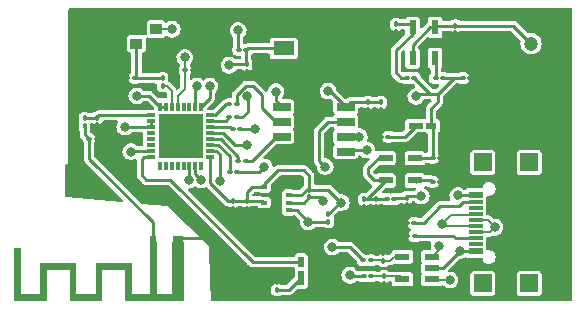
<source format=gbr>
%TF.GenerationSoftware,KiCad,Pcbnew,7.0.9*%
%TF.CreationDate,2024-05-05T23:36:38+02:00*%
%TF.ProjectId,esp32_c3_custom_board,65737033-325f-4633-935f-637573746f6d,rev?*%
%TF.SameCoordinates,Original*%
%TF.FileFunction,Copper,L1,Top*%
%TF.FilePolarity,Positive*%
%FSLAX46Y46*%
G04 Gerber Fmt 4.6, Leading zero omitted, Abs format (unit mm)*
G04 Created by KiCad (PCBNEW 7.0.9) date 2024-05-05 23:36:38*
%MOMM*%
%LPD*%
G01*
G04 APERTURE LIST*
G04 Aperture macros list*
%AMRoundRect*
0 Rectangle with rounded corners*
0 $1 Rounding radius*
0 $2 $3 $4 $5 $6 $7 $8 $9 X,Y pos of 4 corners*
0 Add a 4 corners polygon primitive as box body*
4,1,4,$2,$3,$4,$5,$6,$7,$8,$9,$2,$3,0*
0 Add four circle primitives for the rounded corners*
1,1,$1+$1,$2,$3*
1,1,$1+$1,$4,$5*
1,1,$1+$1,$6,$7*
1,1,$1+$1,$8,$9*
0 Add four rect primitives between the rounded corners*
20,1,$1+$1,$2,$3,$4,$5,0*
20,1,$1+$1,$4,$5,$6,$7,0*
20,1,$1+$1,$6,$7,$8,$9,0*
20,1,$1+$1,$8,$9,$2,$3,0*%
G04 Aperture macros list end*
%TA.AperFunction,EtchedComponent*%
%ADD10C,0.001000*%
%TD*%
%TA.AperFunction,SMDPad,CuDef*%
%ADD11R,0.500000X0.350000*%
%TD*%
%TA.AperFunction,SMDPad,CuDef*%
%ADD12RoundRect,0.100000X-0.100000X0.130000X-0.100000X-0.130000X0.100000X-0.130000X0.100000X0.130000X0*%
%TD*%
%TA.AperFunction,SMDPad,CuDef*%
%ADD13RoundRect,0.100000X-0.130000X-0.100000X0.130000X-0.100000X0.130000X0.100000X-0.130000X0.100000X0*%
%TD*%
%TA.AperFunction,SMDPad,CuDef*%
%ADD14R,1.300000X0.500000*%
%TD*%
%TA.AperFunction,SMDPad,CuDef*%
%ADD15R,0.870000X0.500000*%
%TD*%
%TA.AperFunction,SMDPad,CuDef*%
%ADD16R,0.500000X0.500000*%
%TD*%
%TA.AperFunction,SMDPad,CuDef*%
%ADD17R,0.900000X0.500000*%
%TD*%
%TA.AperFunction,SMDPad,CuDef*%
%ADD18RoundRect,0.100000X0.100000X-0.130000X0.100000X0.130000X-0.100000X0.130000X-0.100000X-0.130000X0*%
%TD*%
%TA.AperFunction,SMDPad,CuDef*%
%ADD19R,1.750000X1.200000*%
%TD*%
%TA.AperFunction,SMDPad,CuDef*%
%ADD20RoundRect,0.100000X0.130000X0.100000X-0.130000X0.100000X-0.130000X-0.100000X0.130000X-0.100000X0*%
%TD*%
%TA.AperFunction,ComponentPad*%
%ADD21C,1.200000*%
%TD*%
%TA.AperFunction,SMDPad,CuDef*%
%ADD22R,1.150000X0.600000*%
%TD*%
%TA.AperFunction,SMDPad,CuDef*%
%ADD23R,0.600000X1.200000*%
%TD*%
%TA.AperFunction,SMDPad,CuDef*%
%ADD24R,0.800000X0.300000*%
%TD*%
%TA.AperFunction,SMDPad,CuDef*%
%ADD25R,0.300000X0.800000*%
%TD*%
%TA.AperFunction,SMDPad,CuDef*%
%ADD26R,3.750000X3.750000*%
%TD*%
%TA.AperFunction,SMDPad,CuDef*%
%ADD27R,1.000000X0.900000*%
%TD*%
%TA.AperFunction,SMDPad,CuDef*%
%ADD28R,0.500000X1.300000*%
%TD*%
%TA.AperFunction,SMDPad,CuDef*%
%ADD29R,0.500000X0.870000*%
%TD*%
%TA.AperFunction,SMDPad,CuDef*%
%ADD30R,1.200000X0.600000*%
%TD*%
%TA.AperFunction,SMDPad,CuDef*%
%ADD31R,1.150000X0.300000*%
%TD*%
%TA.AperFunction,SMDPad,CuDef*%
%ADD32R,1.500000X1.500000*%
%TD*%
%TA.AperFunction,SMDPad,CuDef*%
%ADD33R,1.525000X0.650000*%
%TD*%
%TA.AperFunction,ViaPad*%
%ADD34C,0.800000*%
%TD*%
%TA.AperFunction,Conductor*%
%ADD35C,0.250000*%
%TD*%
%TA.AperFunction,Conductor*%
%ADD36C,0.200000*%
%TD*%
G04 APERTURE END LIST*
D10*
%TO.C,MonoAnt1*%
X125316400Y-155651200D02*
X124417200Y-155651200D01*
X124417200Y-155651200D02*
X124417200Y-151227600D01*
X124417200Y-151227600D02*
X125316400Y-151227600D01*
X125316400Y-151227600D02*
X125316400Y-155651200D01*
G36*
X125316400Y-155651200D02*
G01*
X124417200Y-155651200D01*
X124417200Y-151227600D01*
X125316400Y-151227600D01*
X125316400Y-155651200D01*
G37*
X125316400Y-155651200D02*
X120417200Y-155651200D01*
X120417200Y-155651200D02*
X120417200Y-156151200D01*
X120417200Y-156151200D02*
X125316400Y-156151200D01*
X125316400Y-156151200D02*
X125316400Y-155651200D01*
G36*
X125316400Y-155651200D02*
G01*
X120417200Y-155651200D01*
X120417200Y-156151200D01*
X125316400Y-156151200D01*
X125316400Y-155651200D01*
G37*
X123016400Y-155651200D02*
X122516400Y-155651200D01*
X122516400Y-155651200D02*
X122516400Y-151227600D01*
X122516400Y-151227600D02*
X123016400Y-151227600D01*
X123016400Y-151227600D02*
X123016400Y-155651200D01*
G36*
X123016400Y-155651200D02*
G01*
X122516400Y-155651200D01*
X122516400Y-151227600D01*
X123016400Y-151227600D01*
X123016400Y-155651200D01*
G37*
X120417200Y-153511200D02*
X118417200Y-153511200D01*
X118417200Y-153511200D02*
X118417200Y-153011200D01*
X118417200Y-153011200D02*
X120417200Y-153011200D01*
X120417200Y-153011200D02*
X120417200Y-153511200D01*
G36*
X120417200Y-153511200D02*
G01*
X118417200Y-153511200D01*
X118417200Y-153011200D01*
X120417200Y-153011200D01*
X120417200Y-153511200D01*
G37*
X120417200Y-153011200D02*
X120917200Y-153011200D01*
X120917200Y-153011200D02*
X120917200Y-155651200D01*
X120917200Y-155651200D02*
X120417200Y-155651200D01*
X120417200Y-155651200D02*
X120417200Y-153011200D01*
G36*
X120417200Y-153011200D02*
G01*
X120917200Y-153011200D01*
X120917200Y-155651200D01*
X120417200Y-155651200D01*
X120417200Y-153011200D01*
G37*
X118417200Y-156151200D02*
X115717200Y-156151200D01*
X115717200Y-156151200D02*
X115717200Y-155651200D01*
X115717200Y-155651200D02*
X118417200Y-155651200D01*
X118417200Y-155651200D02*
X118417200Y-156151200D01*
G36*
X118417200Y-156151200D02*
G01*
X115717200Y-156151200D01*
X115717200Y-155651200D01*
X118417200Y-155651200D01*
X118417200Y-156151200D01*
G37*
X117917200Y-153011200D02*
X118417200Y-153011200D01*
X118417200Y-153011200D02*
X118417200Y-155651200D01*
X118417200Y-155651200D02*
X117917200Y-155651200D01*
X117917200Y-155651200D02*
X117917200Y-153011200D01*
G36*
X117917200Y-153011200D02*
G01*
X118417200Y-153011200D01*
X118417200Y-155651200D01*
X117917200Y-155651200D01*
X117917200Y-153011200D01*
G37*
X115717200Y-153511200D02*
X113717200Y-153511200D01*
X113717200Y-153511200D02*
X113717200Y-153011200D01*
X113717200Y-153011200D02*
X115717200Y-153011200D01*
X115717200Y-153011200D02*
X115717200Y-153511200D01*
G36*
X115717200Y-153511200D02*
G01*
X113717200Y-153511200D01*
X113717200Y-153011200D01*
X115717200Y-153011200D01*
X115717200Y-153511200D01*
G37*
X115717200Y-153011200D02*
X116217200Y-153011200D01*
X116217200Y-153011200D02*
X116217200Y-155651200D01*
X116217200Y-155651200D02*
X115717200Y-155651200D01*
X115717200Y-155651200D02*
X115717200Y-153011200D01*
G36*
X115717200Y-153011200D02*
G01*
X116217200Y-153011200D01*
X116217200Y-155651200D01*
X115717200Y-155651200D01*
X115717200Y-153011200D01*
G37*
X113717200Y-156151200D02*
X111017200Y-156151200D01*
X111017200Y-156151200D02*
X111017200Y-155651200D01*
X111017200Y-155651200D02*
X113717200Y-155651200D01*
X113717200Y-155651200D02*
X113717200Y-156151200D01*
G36*
X113717200Y-156151200D02*
G01*
X111017200Y-156151200D01*
X111017200Y-155651200D01*
X113717200Y-155651200D01*
X113717200Y-156151200D01*
G37*
X113217200Y-153011200D02*
X113717200Y-153011200D01*
X113717200Y-153011200D02*
X113717200Y-155651200D01*
X113717200Y-155651200D02*
X113217200Y-155651200D01*
X113217200Y-155651200D02*
X113217200Y-153011200D01*
G36*
X113217200Y-153011200D02*
G01*
X113717200Y-153011200D01*
X113717200Y-155651200D01*
X113217200Y-155651200D01*
X113217200Y-153011200D01*
G37*
X111017200Y-155651200D02*
X111517200Y-155651200D01*
X111517200Y-155651200D02*
X111517200Y-151711200D01*
X111517200Y-151711200D02*
X111017200Y-151711200D01*
X111017200Y-151711200D02*
X111017200Y-155651200D01*
G36*
X111017200Y-155651200D02*
G01*
X111517200Y-155651200D01*
X111517200Y-151711200D01*
X111017200Y-151711200D01*
X111017200Y-155651200D01*
G37*
%TD*%
D11*
%TO.P,HM1,1,GND_1*%
%TO.N,GND*%
X134264400Y-146568400D03*
%TO.P,HM1,2,CSB*%
%TO.N,+3.3V*%
X134264400Y-147218400D03*
%TO.P,HM1,3,SDI*%
%TO.N,/SDA*%
X134264400Y-147868400D03*
%TO.P,HM1,4,SCK*%
%TO.N,/SCL*%
X134264400Y-148518400D03*
%TO.P,HM1,5,SDO*%
%TO.N,GND*%
X132214400Y-148518400D03*
%TO.P,HM1,6,VDDIO*%
%TO.N,+3.3V*%
X132214400Y-147868400D03*
%TO.P,HM1,7,GND_2*%
%TO.N,GND*%
X132214400Y-147218400D03*
%TO.P,HM1,8,VDD*%
%TO.N,+3.3V*%
X132214400Y-146568400D03*
%TD*%
D12*
%TO.P,C3,1*%
%TO.N,/LNA_IN*%
X118059200Y-140685600D03*
%TO.P,C3,2*%
%TO.N,GND*%
X118059200Y-141325600D03*
%TD*%
D13*
%TO.P,C4,1*%
%TO.N,Net-(MonoAnt1-Feed)*%
X117368400Y-142463600D03*
%TO.P,C4,2*%
%TO.N,GND*%
X118008400Y-142463600D03*
%TD*%
%TO.P,R12,1*%
%TO.N,+3.3V*%
X130043400Y-134924800D03*
%TO.P,R12,2*%
%TO.N,Net-(IC1-CHIP_EN)*%
X130683400Y-134924800D03*
%TD*%
D14*
%TO.P,D1,1,K*%
%TO.N,Net-(D1-K)*%
X145039800Y-141376400D03*
D15*
%TO.P,D1,2,A*%
%TO.N,+3.3V*%
X146354800Y-141376400D03*
%TD*%
D16*
%TO.P,MonoAnt1,1,Feed*%
%TO.N,Net-(MonoAnt1-Feed)*%
X122766400Y-150977600D03*
D17*
%TO.P,MonoAnt1,2,Gnd*%
%TO.N,GND*%
X124866400Y-150977600D03*
%TD*%
D13*
%TO.P,C7,1*%
%TO.N,+3.3V*%
X146456400Y-144068800D03*
%TO.P,C7,2*%
%TO.N,GND*%
X147096400Y-144068800D03*
%TD*%
%TO.P,R7,1*%
%TO.N,Net-(IC1-GPIO19)*%
X140588600Y-152755600D03*
%TO.P,R7,2*%
%TO.N,/USB_DP*%
X141228600Y-152755600D03*
%TD*%
D12*
%TO.P,C9,1*%
%TO.N,/VBUS_Filt*%
X140650000Y-147594400D03*
%TO.P,C9,2*%
%TO.N,GND*%
X140650000Y-148234400D03*
%TD*%
D13*
%TO.P,R8,1*%
%TO.N,Net-(IC1-GPIO18)*%
X140609800Y-154127200D03*
%TO.P,R8,2*%
%TO.N,/USB_DN*%
X141249800Y-154127200D03*
%TD*%
D18*
%TO.P,C13,1*%
%TO.N,GND*%
X141020800Y-140030600D03*
%TO.P,C13,2*%
%TO.N,/VDD_SPI*%
X141020800Y-139390600D03*
%TD*%
%TO.P,R6,1*%
%TO.N,/XTAL_P*%
X123596400Y-138003200D03*
%TO.P,R6,2*%
%TO.N,Net-(Y1-CRYSTAL_1)*%
X123596400Y-137363200D03*
%TD*%
D13*
%TO.P,R1,1*%
%TO.N,Net-(IC1-SPIHD)*%
X129281400Y-145288000D03*
%TO.P,R1,2*%
%TO.N,/SPI_HD*%
X129921400Y-145288000D03*
%TD*%
D19*
%TO.P,S1,1,COM*%
%TO.N,Net-(IC1-CHIP_EN)*%
X133856400Y-134823200D03*
%TO.P,S1,2,NO*%
%TO.N,GND*%
X140106400Y-134823200D03*
%TD*%
D20*
%TO.P,R9,1*%
%TO.N,/USB_CC_1*%
X144947600Y-150723600D03*
%TO.P,R9,2*%
%TO.N,GND*%
X144307600Y-150723600D03*
%TD*%
D21*
%TO.P,JST1,1,V+*%
%TO.N,Net-(IC3-EN)*%
X154787600Y-134416800D03*
%TO.P,JST1,2,V-*%
%TO.N,GND*%
X154787600Y-136416800D03*
%TD*%
D12*
%TO.P,C5,1*%
%TO.N,/USB_DN*%
X142341600Y-154116600D03*
%TO.P,C5,2*%
%TO.N,GND*%
X142341600Y-154756600D03*
%TD*%
D20*
%TO.P,L3,1,1*%
%TO.N,+3.3V*%
X147345800Y-137312400D03*
%TO.P,L3,2,2*%
%TO.N,Net-(IC3-LX)*%
X146705800Y-137312400D03*
%TD*%
D13*
%TO.P,R5,1*%
%TO.N,Net-(IC1-SPID)*%
X129255600Y-140665200D03*
%TO.P,R5,2*%
%TO.N,/SPI_D*%
X129895600Y-140665200D03*
%TD*%
D22*
%TO.P,U2,1,IN*%
%TO.N,/VBUS_Filt*%
X142472600Y-144099200D03*
%TO.P,U2,2,GND*%
%TO.N,GND*%
X142472600Y-145049200D03*
%TO.P,U2,3,EN*%
%TO.N,/VBUS_Filt*%
X142472600Y-145999200D03*
%TO.P,U2,4,BP*%
%TO.N,Net-(U2-BP)*%
X144972600Y-145999200D03*
%TO.P,U2,5,OUT*%
%TO.N,+3.3V*%
X144972600Y-144099200D03*
%TD*%
D12*
%TO.P,C10,1*%
%TO.N,VBUS*%
X144256800Y-147446600D03*
%TO.P,C10,2*%
%TO.N,GND*%
X144256800Y-148086600D03*
%TD*%
%TO.P,R14,2*%
%TO.N,/SDA*%
X135991600Y-147412800D03*
%TO.P,R14,1*%
%TO.N,+3.3V*%
X135991600Y-146772800D03*
%TD*%
%TO.P,C17,1*%
%TO.N,Net-(IC3-EN)*%
X148386800Y-132888200D03*
%TO.P,C17,2*%
%TO.N,GND*%
X148386800Y-133528200D03*
%TD*%
D13*
%TO.P,R2,1*%
%TO.N,Net-(IC1-SPIQ)*%
X129230600Y-139547600D03*
%TO.P,R2,2*%
%TO.N,/SPI_Q*%
X129870600Y-139547600D03*
%TD*%
D23*
%TO.P,IC3,1,EN*%
%TO.N,Net-(IC3-EN)*%
X144759600Y-135645200D03*
%TO.P,IC3,2,GND*%
%TO.N,GND*%
X145709600Y-135645200D03*
%TO.P,IC3,3,LX*%
%TO.N,Net-(IC3-LX)*%
X146659600Y-135645200D03*
%TO.P,IC3,4,IN*%
%TO.N,Net-(IC3-EN)*%
X146659600Y-133045200D03*
%TO.P,IC3,5,FB*%
%TO.N,Net-(IC3-FB)*%
X144759600Y-133045200D03*
%TD*%
D24*
%TO.P,IC1,1,LNA_IN*%
%TO.N,/LNA_IN*%
X122620400Y-140490000D03*
%TO.P,IC1,2,VDD3P3_1*%
%TO.N,+3.3V*%
X122620400Y-140990000D03*
%TO.P,IC1,3,VDD3P3_2*%
X122620400Y-141490000D03*
%TO.P,IC1,4,XTAL_32K_P*%
%TO.N,unconnected-(IC1-XTAL_32K_P-Pad4)*%
X122620400Y-141990000D03*
%TO.P,IC1,5,XTAL_32K_N*%
%TO.N,unconnected-(IC1-XTAL_32K_N-Pad5)*%
X122620400Y-142490000D03*
%TO.P,IC1,6,GPIO2*%
%TO.N,unconnected-(IC1-GPIO2-Pad6)*%
X122620400Y-142990000D03*
%TO.P,IC1,7,CHIP_EN*%
%TO.N,Net-(IC1-CHIP_EN)*%
X122620400Y-143490000D03*
%TO.P,IC1,8,GPIO3*%
%TO.N,/GPIO3*%
X122620400Y-143990000D03*
D25*
%TO.P,IC1,9,MTMS*%
%TO.N,unconnected-(IC1-MTMS-Pad9)*%
X123370400Y-144740000D03*
%TO.P,IC1,10,MTDI*%
%TO.N,unconnected-(IC1-MTDI-Pad10)*%
X123870400Y-144740000D03*
%TO.P,IC1,11,VDD3P3_RTC*%
%TO.N,unconnected-(IC1-VDD3P3_RTC-Pad11)*%
X124370400Y-144740000D03*
%TO.P,IC1,12,MTCK*%
%TO.N,unconnected-(IC1-MTCK-Pad12)*%
X124870400Y-144740000D03*
%TO.P,IC1,13,MTDO*%
%TO.N,unconnected-(IC1-MTDO-Pad13)*%
X125370400Y-144740000D03*
%TO.P,IC1,14,GPIO8*%
%TO.N,/SCL*%
X125870400Y-144740000D03*
%TO.P,IC1,15,GPIO9*%
%TO.N,/SDA*%
X126370400Y-144740000D03*
%TO.P,IC1,16,GPIO10*%
%TO.N,unconnected-(IC1-GPIO10-Pad16)*%
X126870400Y-144740000D03*
D24*
%TO.P,IC1,17,VDD3P3_CPU*%
%TO.N,+3.3V*%
X127620400Y-143990000D03*
%TO.P,IC1,18,VDD_SPI*%
%TO.N,/VDD_SPI*%
X127620400Y-143490000D03*
%TO.P,IC1,19,SPIHD*%
%TO.N,Net-(IC1-SPIHD)*%
X127620400Y-142990000D03*
%TO.P,IC1,20,SPIWP*%
%TO.N,Net-(IC1-SPIWP)*%
X127620400Y-142490000D03*
%TO.P,IC1,21,SPICS0*%
%TO.N,/SPI_CS*%
X127620400Y-141990000D03*
%TO.P,IC1,22,SPICLK*%
%TO.N,Net-(IC1-SPICLK)*%
X127620400Y-141490000D03*
%TO.P,IC1,23,SPID*%
%TO.N,Net-(IC1-SPID)*%
X127620400Y-140990000D03*
%TO.P,IC1,24,SPIQ*%
%TO.N,Net-(IC1-SPIQ)*%
X127620400Y-140490000D03*
D25*
%TO.P,IC1,25,GPIO18*%
%TO.N,Net-(IC1-GPIO18)*%
X126870400Y-139740000D03*
%TO.P,IC1,26,GPIO19*%
%TO.N,Net-(IC1-GPIO19)*%
X126370400Y-139740000D03*
%TO.P,IC1,27,U0RXD*%
%TO.N,unconnected-(IC1-U0RXD-Pad27)*%
X125870400Y-139740000D03*
%TO.P,IC1,28,U0TXD*%
%TO.N,unconnected-(IC1-U0TXD-Pad28)*%
X125370400Y-139740000D03*
%TO.P,IC1,29,XTAL_N*%
%TO.N,/XTAL_N*%
X124870400Y-139740000D03*
%TO.P,IC1,30,XTAL_P*%
%TO.N,/XTAL_P*%
X124370400Y-139740000D03*
%TO.P,IC1,31,VDDA_1*%
%TO.N,+3.3V*%
X123870400Y-139740000D03*
%TO.P,IC1,32,VDDA_2*%
X123370400Y-139740000D03*
D26*
%TO.P,IC1,33,GND*%
%TO.N,GND*%
X125120400Y-142240000D03*
%TD*%
D13*
%TO.P,R3,1*%
%TO.N,Net-(IC1-SPIWP)*%
X130017600Y-144373600D03*
%TO.P,R3,2*%
%TO.N,/SPI_WP*%
X130657600Y-144373600D03*
%TD*%
D12*
%TO.P,C16,2*%
%TO.N,GND*%
X129590800Y-148408400D03*
%TO.P,C16,1*%
%TO.N,+3.3V*%
X129590800Y-147768400D03*
%TD*%
D13*
%TO.P,C8,1*%
%TO.N,Net-(U2-BP)*%
X146451800Y-146100800D03*
%TO.P,C8,2*%
%TO.N,GND*%
X147091800Y-146100800D03*
%TD*%
%TO.P,C18,1*%
%TO.N,+3.3V*%
X149016800Y-137312400D03*
%TO.P,C18,2*%
%TO.N,GND*%
X149656800Y-137312400D03*
%TD*%
D20*
%TO.P,L2,1,1*%
%TO.N,VBUS*%
X143205200Y-147574000D03*
%TO.P,L2,2,2*%
%TO.N,/VBUS_Filt*%
X142565200Y-147574000D03*
%TD*%
D12*
%TO.P,C11,1*%
%TO.N,/VBUS_Filt*%
X141630400Y-147574000D03*
%TO.P,C11,2*%
%TO.N,GND*%
X141630400Y-148214000D03*
%TD*%
D13*
%TO.P,R10,1*%
%TO.N,GND*%
X144256800Y-149606000D03*
%TO.P,R10,2*%
%TO.N,/USB_CC_2*%
X144896800Y-149606000D03*
%TD*%
D27*
%TO.P,Y1,1,CRYSTAL_1*%
%TO.N,Net-(Y1-CRYSTAL_1)*%
X121387600Y-134416800D03*
%TO.P,Y1,2,GND_1*%
%TO.N,GND*%
X123037600Y-134416800D03*
%TO.P,Y1,3,CRYSTAL_2*%
%TO.N,/XTAL_N*%
X123037600Y-133190800D03*
%TO.P,Y1,4,GND_2*%
%TO.N,GND*%
X121387600Y-133190800D03*
%TD*%
D12*
%TO.P,C15,2*%
%TO.N,GND*%
X130708400Y-148382600D03*
%TO.P,C15,1*%
%TO.N,+3.3V*%
X130708400Y-147742600D03*
%TD*%
D13*
%TO.P,R4,1*%
%TO.N,Net-(IC1-SPICLK)*%
X129535400Y-141681200D03*
%TO.P,R4,2*%
%TO.N,/SPI_CLK*%
X130175400Y-141681200D03*
%TD*%
D12*
%TO.P,C14,1*%
%TO.N,Net-(IC1-CHIP_EN)*%
X130708400Y-136169000D03*
%TO.P,C14,2*%
%TO.N,GND*%
X130708400Y-136809000D03*
%TD*%
D18*
%TO.P,C6,1*%
%TO.N,/USB_DP*%
X142280000Y-152775400D03*
%TO.P,C6,2*%
%TO.N,GND*%
X142280000Y-152135400D03*
%TD*%
D28*
%TO.P,D2,1,K*%
%TO.N,Net-(D2-K)*%
X135331200Y-154223000D03*
D29*
%TO.P,D2,2,A*%
%TO.N,/GPIO3*%
X135331200Y-152908000D03*
%TD*%
D13*
%TO.P,C1,1*%
%TO.N,/XTAL_N*%
X125496400Y-136652000D03*
%TO.P,C1,2*%
%TO.N,GND*%
X126136400Y-136652000D03*
%TD*%
%TO.P,R11,1*%
%TO.N,GND*%
X142083000Y-142290800D03*
%TO.P,R11,2*%
%TO.N,Net-(D1-K)*%
X142723000Y-142290800D03*
%TD*%
D30*
%TO.P,U1,1,I/O1*%
%TO.N,/USB_DP*%
X143905600Y-152466000D03*
%TO.P,U1,2,GND*%
%TO.N,GND*%
X143905600Y-153416000D03*
%TO.P,U1,3,I/O2*%
%TO.N,/USB_DN*%
X143905600Y-154366000D03*
%TO.P,U1,4,I/O2*%
%TO.N,/USB_DN_1*%
X146405600Y-154366000D03*
%TO.P,U1,5,VBUS*%
%TO.N,VBUS*%
X146405600Y-153416000D03*
%TO.P,U1,6,I/O1*%
%TO.N,/USB_DP_1*%
X146405600Y-152466000D03*
%TD*%
D12*
%TO.P,R15,2*%
%TO.N,/SCL*%
X137617200Y-149479400D03*
%TO.P,R15,1*%
%TO.N,+3.3V*%
X137617200Y-148839400D03*
%TD*%
%TO.P,R17,1*%
%TO.N,Net-(IC3-FB)*%
X143357600Y-132791200D03*
%TO.P,R17,2*%
%TO.N,GND*%
X143357600Y-133431200D03*
%TD*%
%TO.P,R13,1*%
%TO.N,GND*%
X133299200Y-154630600D03*
%TO.P,R13,2*%
%TO.N,Net-(D2-K)*%
X133299200Y-155270600D03*
%TD*%
D13*
%TO.P,R16,1*%
%TO.N,Net-(IC3-FB)*%
X144267400Y-137312400D03*
%TO.P,R16,2*%
%TO.N,+3.3V*%
X144907400Y-137312400D03*
%TD*%
%TO.P,C2,1*%
%TO.N,GND*%
X120619600Y-137312400D03*
%TO.P,C2,2*%
%TO.N,Net-(Y1-CRYSTAL_1)*%
X121259600Y-137312400D03*
%TD*%
D22*
%TO.P,J1,A1,GND_1*%
%TO.N,GND*%
X150130200Y-152795200D03*
%TO.P,J1,A4,VBUS_1*%
%TO.N,VBUS*%
X150130200Y-151995200D03*
D31*
%TO.P,J1,A5,CC1*%
%TO.N,/USB_CC_1*%
X150130200Y-150845200D03*
%TO.P,J1,A6,DP1*%
%TO.N,/USB_DP_1*%
X150130200Y-149845200D03*
%TO.P,J1,A7,DN1*%
%TO.N,/USB_DN_1*%
X150130200Y-149345200D03*
%TO.P,J1,A8,SBU1*%
%TO.N,unconnected-(J1-SBU1-PadA8)*%
X150130200Y-148345200D03*
D22*
%TO.P,J1,A9,VBUS_2*%
%TO.N,VBUS*%
X150130200Y-147195200D03*
%TO.P,J1,A12,GND_2*%
%TO.N,GND*%
X150130200Y-146395200D03*
D31*
%TO.P,J1,B5,CC2*%
%TO.N,/USB_CC_2*%
X150130200Y-147845200D03*
%TO.P,J1,B6,DP2*%
%TO.N,/USB_DP_1*%
X150130200Y-148845200D03*
%TO.P,J1,B7,DN2*%
%TO.N,/USB_DN_1*%
X150130200Y-150345200D03*
%TO.P,J1,B8,SBU2*%
%TO.N,unconnected-(J1-SBU2-PadB8)*%
X150130200Y-151345200D03*
D32*
%TO.P,J1,MP1,MP1*%
%TO.N,unconnected-(J1-PadMP1)*%
X150705200Y-154715200D03*
%TO.P,J1,MP2,MP2*%
%TO.N,unconnected-(J1-PadMP2)*%
X150705200Y-144475200D03*
%TO.P,J1,MP3,MP3*%
%TO.N,unconnected-(J1-PadMP3)*%
X154635200Y-154715200D03*
%TO.P,J1,MP4,MP4*%
%TO.N,unconnected-(J1-PadMP4)*%
X154635200Y-144475200D03*
%TD*%
D18*
%TO.P,L1,1,1*%
%TO.N,Net-(MonoAnt1-Feed)*%
X116992400Y-141376400D03*
%TO.P,L1,2,2*%
%TO.N,/LNA_IN*%
X116992400Y-140736400D03*
%TD*%
D33*
%TO.P,IC2,1,CS#*%
%TO.N,/SPI_CS*%
X133666400Y-139750800D03*
%TO.P,IC2,2,SO_(IO1)*%
%TO.N,/SPI_Q*%
X133666400Y-141020800D03*
%TO.P,IC2,3,WP#_(IO2)*%
%TO.N,/SPI_WP*%
X133666400Y-142290800D03*
%TO.P,IC2,4,VSS*%
%TO.N,GND*%
X133666400Y-143560800D03*
%TO.P,IC2,5,SI_(IO0)*%
%TO.N,/SPI_D*%
X139090400Y-143560800D03*
%TO.P,IC2,6,SCLK*%
%TO.N,/SPI_CLK*%
X139090400Y-142290800D03*
%TO.P,IC2,7,HOLD#_(IO3)*%
%TO.N,/SPI_HD*%
X139090400Y-141020800D03*
%TO.P,IC2,8,VCC*%
%TO.N,/VDD_SPI*%
X139090400Y-139750800D03*
%TD*%
D12*
%TO.P,C12,1*%
%TO.N,/VDD_SPI*%
X142087600Y-139390600D03*
%TO.P,C12,2*%
%TO.N,GND*%
X142087600Y-140030600D03*
%TD*%
D34*
%TO.N,+3.3V*%
X121412000Y-138836400D03*
X120396000Y-141478000D03*
%TO.N,/SCL*%
X125868301Y-145962499D03*
X135940800Y-149504400D03*
%TO.N,/SDA*%
X137210800Y-147726400D03*
X126878800Y-145948400D03*
%TO.N,Net-(IC1-GPIO18)*%
X127609600Y-138023600D03*
X139446000Y-154025600D03*
%TO.N,Net-(IC1-GPIO19)*%
X126492000Y-138023600D03*
X137972800Y-151638000D03*
%TO.N,+3.3V*%
X138734800Y-147878800D03*
X129997200Y-133299200D03*
X145034000Y-138887200D03*
%TO.N,Net-(IC1-CHIP_EN)*%
X120904000Y-143560800D03*
X129235200Y-136245600D03*
%TO.N,/SPI_HD*%
X137363200Y-144830800D03*
X132211299Y-144860499D03*
%TO.N,/SPI_D*%
X140868400Y-143408400D03*
X130770061Y-138866805D03*
%TO.N,/SPI_CLK*%
X140258800Y-142290800D03*
X131415301Y-141676901D03*
%TO.N,/VDD_SPI*%
X137617200Y-138430000D03*
X128473200Y-146050000D03*
%TO.N,/SPI_CS*%
X130759200Y-143002000D03*
X133197600Y-138480800D03*
%TO.N,VBUS*%
X145491200Y-147320000D03*
%TO.N,/XTAL_N*%
X124409200Y-133197600D03*
X125476000Y-135585200D03*
%TO.N,GND*%
X129336800Y-137972800D03*
X125120400Y-142189200D03*
%TO.N,/USB_DP_1*%
X147015200Y-151569700D03*
X147218400Y-149656800D03*
%TO.N,/USB_DN_1*%
X151739600Y-149961600D03*
X147929600Y-154432000D03*
%TO.N,VBUS*%
X148590000Y-147269200D03*
X148793200Y-151942800D03*
%TD*%
D35*
%TO.N,+3.3V*%
X122466800Y-138836400D02*
X123370400Y-139740000D01*
X121412000Y-138836400D02*
X122466800Y-138836400D01*
X120408000Y-141490000D02*
X120396000Y-141478000D01*
X122620400Y-141490000D02*
X120408000Y-141490000D01*
X122620400Y-140990000D02*
X122620400Y-141490000D01*
X123870400Y-139740000D02*
X123370400Y-139740000D01*
X127620400Y-146222505D02*
X127620400Y-143990000D01*
X129166295Y-147768400D02*
X127620400Y-146222505D01*
X129590800Y-147768400D02*
X129166295Y-147768400D01*
%TO.N,/SDA*%
X126878800Y-145948400D02*
X126370400Y-145440000D01*
X126370400Y-145440000D02*
X126370400Y-144740000D01*
%TO.N,/SCL*%
X125868301Y-144742099D02*
X125870400Y-144740000D01*
X125868301Y-145962499D02*
X125868301Y-144742099D01*
%TO.N,GND*%
X129544600Y-137972800D02*
X130708400Y-136809000D01*
X129336800Y-137972800D02*
X129544600Y-137972800D01*
%TO.N,Net-(IC1-SPIQ)*%
X128038800Y-140490000D02*
X127620400Y-140490000D01*
X128981200Y-139547600D02*
X128038800Y-140490000D01*
X129230600Y-139547600D02*
X128981200Y-139547600D01*
%TO.N,Net-(Y1-CRYSTAL_1)*%
X121387600Y-137184400D02*
X121259600Y-137312400D01*
X121387600Y-134416800D02*
X121387600Y-137184400D01*
X121716800Y-137312400D02*
X121259600Y-137312400D01*
X121767600Y-137363200D02*
X121716800Y-137312400D01*
%TO.N,+3.3V*%
X138577800Y-147878800D02*
X137617200Y-148839400D01*
X138734800Y-147878800D02*
X138577800Y-147878800D01*
X138734800Y-147878800D02*
X137628800Y-146772800D01*
X137628800Y-146772800D02*
X135991600Y-146772800D01*
%TO.N,/SCL*%
X134264400Y-148518400D02*
X134954800Y-148518400D01*
X134954800Y-148518400D02*
X135940800Y-149504400D01*
%TO.N,/GPIO3*%
X124256800Y-145948400D02*
X131216400Y-152908000D01*
X131216400Y-152908000D02*
X135331200Y-152908000D01*
X121818400Y-145542000D02*
X122224800Y-145948400D01*
X122224800Y-145948400D02*
X124256800Y-145948400D01*
X122049600Y-143990000D02*
X121818400Y-144221200D01*
X122620400Y-143990000D02*
X122049600Y-143990000D01*
X121818400Y-144221200D02*
X121818400Y-145542000D01*
%TO.N,/SCL*%
X137617200Y-149479400D02*
X135965800Y-149479400D01*
X135965800Y-149479400D02*
X135940800Y-149504400D01*
%TO.N,/SDA*%
X136897200Y-147412800D02*
X137210800Y-147726400D01*
X135991600Y-147412800D02*
X136897200Y-147412800D01*
%TO.N,Net-(IC1-GPIO18)*%
X127609600Y-139000800D02*
X126870400Y-139740000D01*
X127609600Y-138023600D02*
X127609600Y-139000800D01*
%TO.N,Net-(IC1-GPIO19)*%
X139471000Y-151638000D02*
X140588600Y-152755600D01*
X137972800Y-151638000D02*
X139471000Y-151638000D01*
%TO.N,Net-(IC1-GPIO18)*%
X139547600Y-154127200D02*
X139446000Y-154025600D01*
X140609800Y-154127200D02*
X139547600Y-154127200D01*
%TO.N,Net-(IC1-GPIO19)*%
X126370400Y-138145200D02*
X126370400Y-139740000D01*
X126492000Y-138023600D02*
X126370400Y-138145200D01*
%TO.N,+3.3V*%
X129997200Y-134878600D02*
X130043400Y-134924800D01*
X129997200Y-133299200D02*
X129997200Y-134878600D01*
X145237200Y-138684000D02*
X145034000Y-138887200D01*
X146279000Y-138684000D02*
X145237200Y-138684000D01*
%TO.N,Net-(IC1-CHIP_EN)*%
X120904000Y-143560800D02*
X120974800Y-143490000D01*
X120974800Y-143490000D02*
X122620400Y-143490000D01*
X129311800Y-136169000D02*
X129235200Y-136245600D01*
X130708400Y-136169000D02*
X129311800Y-136169000D01*
%TO.N,/SPI_Q*%
X129870600Y-138740961D02*
X129870600Y-139547600D01*
X130638761Y-137972800D02*
X129870600Y-138740961D01*
X132029200Y-138785600D02*
X131216400Y-137972800D01*
X131216400Y-137972800D02*
X130638761Y-137972800D01*
X132029200Y-139851100D02*
X132029200Y-138785600D01*
X133666400Y-141020800D02*
X133198900Y-141020800D01*
X133198900Y-141020800D02*
X132029200Y-139851100D01*
%TO.N,/SPI_HD*%
X136855200Y-141782800D02*
X137617200Y-141020800D01*
X137617200Y-141020800D02*
X139090400Y-141020800D01*
X136855200Y-144322800D02*
X136855200Y-141782800D01*
X137363200Y-144830800D02*
X136855200Y-144322800D01*
X131783798Y-145288000D02*
X129921400Y-145288000D01*
X132211299Y-144860499D02*
X131783798Y-145288000D01*
%TO.N,/SPI_D*%
X139242800Y-143408400D02*
X139090400Y-143560800D01*
X140868400Y-143408400D02*
X139242800Y-143408400D01*
X130810000Y-138906744D02*
X130770061Y-138866805D01*
X130810000Y-140208000D02*
X130810000Y-138906744D01*
X130352800Y-140665200D02*
X130810000Y-140208000D01*
X129895600Y-140665200D02*
X130352800Y-140665200D01*
%TO.N,Net-(IC1-SPID)*%
X128930800Y-140990000D02*
X127620400Y-140990000D01*
X129255600Y-140665200D02*
X128930800Y-140990000D01*
%TO.N,Net-(IC1-SPICLK)*%
X129344200Y-141490000D02*
X127620400Y-141490000D01*
X129535400Y-141681200D02*
X129344200Y-141490000D01*
%TO.N,/SPI_CLK*%
X131415301Y-141676901D02*
X130179699Y-141676901D01*
X130179699Y-141676901D02*
X130175400Y-141681200D01*
X139090400Y-142290800D02*
X140258800Y-142290800D01*
%TO.N,/SPI_CS*%
X133197600Y-139282000D02*
X133666400Y-139750800D01*
X133197600Y-138480800D02*
X133197600Y-139282000D01*
%TO.N,/SPI_WP*%
X131146100Y-144373600D02*
X130657600Y-144373600D01*
X133228900Y-142290800D02*
X131146100Y-144373600D01*
X133666400Y-142290800D02*
X133228900Y-142290800D01*
%TO.N,/VDD_SPI*%
X137769600Y-138430000D02*
X139090400Y-139750800D01*
X137617200Y-138430000D02*
X137769600Y-138430000D01*
X128159004Y-143465000D02*
X128473200Y-143779196D01*
X128473200Y-143779196D02*
X128473200Y-146050000D01*
X127645400Y-143465000D02*
X128159004Y-143465000D01*
X127620400Y-143490000D02*
X127645400Y-143465000D01*
%TO.N,Net-(IC1-SPIHD)*%
X128320400Y-142990000D02*
X127620400Y-142990000D01*
X129281400Y-143951000D02*
X128320400Y-142990000D01*
X129281400Y-145288000D02*
X129281400Y-143951000D01*
%TO.N,Net-(IC1-SPIWP)*%
X130017600Y-143987600D02*
X128520000Y-142490000D01*
X128520000Y-142490000D02*
X127620400Y-142490000D01*
X130017600Y-144373600D02*
X130017600Y-143987600D01*
%TO.N,/SPI_CS*%
X128704404Y-141990000D02*
X127620400Y-141990000D01*
X130759200Y-143002000D02*
X129716404Y-143002000D01*
X129716404Y-143002000D02*
X128704404Y-141990000D01*
%TO.N,Net-(IC1-SPIQ)*%
X127648400Y-140462000D02*
X127620400Y-140490000D01*
%TO.N,/VDD_SPI*%
X139450600Y-139390600D02*
X141020800Y-139390600D01*
X139090400Y-139750800D02*
X139450600Y-139390600D01*
X142087600Y-139390600D02*
X141020800Y-139390600D01*
%TO.N,VBUS*%
X144383400Y-147320000D02*
X144256800Y-147446600D01*
X145491200Y-147320000D02*
X144383400Y-147320000D01*
%TO.N,/VBUS_Filt*%
X140877400Y-147594400D02*
X142472600Y-145999200D01*
X140650000Y-147594400D02*
X140877400Y-147594400D01*
%TO.N,VBUS*%
X148412600Y-147446600D02*
X148590000Y-147269200D01*
D36*
%TO.N,/XTAL_N*%
X123044400Y-133197600D02*
X123037600Y-133190800D01*
X124409200Y-133197600D02*
X123044400Y-133197600D01*
X125496400Y-135605600D02*
X125476000Y-135585200D01*
X125496400Y-136652000D02*
X125496400Y-135605600D01*
D35*
%TO.N,GND*%
X125120400Y-142240000D02*
X125120400Y-142189200D01*
%TO.N,Net-(MonoAnt1-Feed)*%
X122766400Y-149538000D02*
X122766400Y-150902100D01*
X117368400Y-144140000D02*
X122766400Y-149538000D01*
X117368400Y-142463600D02*
X117368400Y-144140000D01*
X116992400Y-142087600D02*
X117368400Y-142463600D01*
X116992400Y-141376400D02*
X116992400Y-142087600D01*
%TO.N,/LNA_IN*%
X118059200Y-140685600D02*
X117043200Y-140685600D01*
X117043200Y-140685600D02*
X116992400Y-140736400D01*
X118254800Y-140490000D02*
X122620400Y-140490000D01*
X118059200Y-140685600D02*
X118254800Y-140490000D01*
%TO.N,Net-(IC1-CHIP_EN)*%
X130683400Y-136144000D02*
X130708400Y-136169000D01*
X130683400Y-134924800D02*
X130683400Y-136144000D01*
X130785000Y-134823200D02*
X130683400Y-134924800D01*
X133856400Y-134823200D02*
X130785000Y-134823200D01*
%TO.N,+3.3V*%
X146456400Y-141478000D02*
X146354800Y-141376400D01*
X146456400Y-144068800D02*
X146456400Y-141478000D01*
%TO.N,/VBUS_Filt*%
X141897600Y-144099200D02*
X142472600Y-144099200D01*
X141020800Y-144976000D02*
X141897600Y-144099200D01*
X141528800Y-145999200D02*
X141020800Y-145491200D01*
X142472600Y-145999200D02*
X141528800Y-145999200D01*
X141020800Y-145491200D02*
X141020800Y-144976000D01*
%TO.N,Net-(U2-BP)*%
X146350200Y-145999200D02*
X146451800Y-146100800D01*
X144972600Y-145999200D02*
X146350200Y-145999200D01*
%TO.N,+3.3V*%
X146426000Y-144099200D02*
X146456400Y-144068800D01*
X144972600Y-144099200D02*
X146426000Y-144099200D01*
%TO.N,/VBUS_Filt*%
X140670400Y-147574000D02*
X140650000Y-147594400D01*
X141630400Y-147574000D02*
X140670400Y-147574000D01*
X142565200Y-147574000D02*
X141630400Y-147574000D01*
%TO.N,VBUS*%
X143332600Y-147446600D02*
X143205200Y-147574000D01*
X144256800Y-147446600D02*
X143332600Y-147446600D01*
D36*
%TO.N,/USB_DP*%
X141228600Y-152755600D02*
X142260200Y-152755600D01*
X142260200Y-152755600D02*
X142280000Y-152775400D01*
X143190000Y-152466000D02*
X142880600Y-152775400D01*
X142880600Y-152775400D02*
X142280000Y-152775400D01*
X143905600Y-152466000D02*
X143190000Y-152466000D01*
%TO.N,/USB_DN*%
X141260400Y-154116600D02*
X141249800Y-154127200D01*
X142341600Y-154116600D02*
X141260400Y-154116600D01*
X143656200Y-154116600D02*
X142341600Y-154116600D01*
X143905600Y-154366000D02*
X143656200Y-154116600D01*
D35*
%TO.N,/USB_CC_1*%
X148234400Y-150723600D02*
X144947600Y-150723600D01*
X148356000Y-150845200D02*
X148234400Y-150723600D01*
X150130200Y-150845200D02*
X148356000Y-150845200D01*
%TO.N,/USB_CC_2*%
X145694400Y-149606000D02*
X144896800Y-149606000D01*
D36*
%TO.N,/USB_DP_1*%
X147406800Y-149845200D02*
X147218400Y-149656800D01*
X150130200Y-149845200D02*
X147406800Y-149845200D01*
X147015200Y-151856400D02*
X146405600Y-152466000D01*
X147015200Y-151569700D02*
X147015200Y-151856400D01*
X147980000Y-148895200D02*
X147218400Y-149656800D01*
X150113600Y-148895200D02*
X147980000Y-148895200D01*
X150130200Y-148845200D02*
X150130200Y-148878600D01*
X150130200Y-148878600D02*
X150113600Y-148895200D01*
D35*
%TO.N,/USB_CC_2*%
X147116800Y-148183600D02*
X145694400Y-149606000D01*
X148700905Y-148183600D02*
X147116800Y-148183600D01*
X150130200Y-147845200D02*
X149039305Y-147845200D01*
X149039305Y-147845200D02*
X148700905Y-148183600D01*
D36*
%TO.N,/USB_DN_1*%
X151123200Y-149345200D02*
X151739600Y-149961600D01*
X150130200Y-149345200D02*
X151123200Y-149345200D01*
X146471600Y-154432000D02*
X146405600Y-154366000D01*
X147929600Y-154432000D02*
X146471600Y-154432000D01*
X151356000Y-150345200D02*
X151739600Y-149961600D01*
X150130200Y-150345200D02*
X151356000Y-150345200D01*
D35*
%TO.N,VBUS*%
X147320000Y-153416000D02*
X146405600Y-153416000D01*
X148793200Y-151942800D02*
X147320000Y-153416000D01*
X150056200Y-147269200D02*
X150130200Y-147195200D01*
X148590000Y-147269200D02*
X150056200Y-147269200D01*
X148845600Y-151995200D02*
X148793200Y-151942800D01*
X150130200Y-151995200D02*
X148845600Y-151995200D01*
%TO.N,GND*%
X130682600Y-148408400D02*
X130708400Y-148382600D01*
X131770600Y-154630600D02*
X128042100Y-150902100D01*
X128042100Y-150902100D02*
X125181573Y-150902100D01*
X142087600Y-142286200D02*
X142083000Y-142290800D01*
X141610000Y-148234400D02*
X141630400Y-148214000D01*
X118059200Y-142412800D02*
X118008400Y-142463600D01*
X141681200Y-148209400D02*
X141630400Y-148260200D01*
X133299200Y-154630600D02*
X131770600Y-154630600D01*
%TO.N,+3.3V*%
X132214400Y-147868400D02*
X132088600Y-147742600D01*
X129590800Y-147768400D02*
X130682600Y-147768400D01*
X131155200Y-146568400D02*
X130708400Y-147015200D01*
X146913600Y-139344400D02*
X146354800Y-139903200D01*
X135797788Y-146772800D02*
X135991600Y-146772800D01*
X130682600Y-147768400D02*
X130708400Y-147742600D01*
X144907400Y-137312400D02*
X146279000Y-138684000D01*
X148285200Y-137312400D02*
X149016800Y-137312400D01*
X132088600Y-147742600D02*
X130708400Y-147742600D01*
X133400800Y-145135600D02*
X135534400Y-145135600D01*
X146279000Y-138684000D02*
X146913600Y-138684000D01*
X132214400Y-146568400D02*
X132214400Y-146322000D01*
X135352188Y-147218400D02*
X135797788Y-146772800D01*
X130708400Y-147015200D02*
X130708400Y-147742600D01*
X146431400Y-144099200D02*
X146451800Y-144119600D01*
X147345800Y-137312400D02*
X148285200Y-137312400D01*
X134264400Y-147218400D02*
X135352188Y-147218400D01*
X146913600Y-138684000D02*
X148285200Y-137312400D01*
X132214400Y-146568400D02*
X131155200Y-146568400D01*
X135534400Y-145135600D02*
X135991600Y-145592800D01*
X135991600Y-145592800D02*
X135991600Y-146772800D01*
X146354800Y-139903200D02*
X146354800Y-141376400D01*
X146913600Y-138684000D02*
X146913600Y-139344400D01*
X132214400Y-146322000D02*
X133400800Y-145135600D01*
%TO.N,/SDA*%
X135991600Y-147412800D02*
X135536000Y-147868400D01*
X135536000Y-147868400D02*
X134264400Y-147868400D01*
%TO.N,Net-(U2-BP)*%
X145074200Y-146100800D02*
X144972600Y-145999200D01*
%TO.N,Net-(Y1-CRYSTAL_1)*%
X123596400Y-137363200D02*
X121767600Y-137363200D01*
D36*
%TO.N,/XTAL_N*%
X124870400Y-138883200D02*
X125496400Y-138257200D01*
X125496400Y-138257200D02*
X125496400Y-136652000D01*
X124870400Y-139740000D02*
X124870400Y-138883200D01*
D35*
%TO.N,Net-(D1-K)*%
X144125400Y-142290800D02*
X145039800Y-141376400D01*
X142723000Y-142290800D02*
X144125400Y-142290800D01*
%TO.N,Net-(D2-K)*%
X135331200Y-154223000D02*
X134283600Y-155270600D01*
X134283600Y-155270600D02*
X133299200Y-155270600D01*
D36*
%TO.N,/XTAL_P*%
X123596400Y-138003200D02*
X123931600Y-138003200D01*
X123931600Y-138003200D02*
X124370400Y-138442000D01*
X124370400Y-138442000D02*
X124370400Y-139740000D01*
D35*
%TO.N,Net-(IC3-EN)*%
X148386800Y-132888200D02*
X146816600Y-132888200D01*
X146202400Y-133045200D02*
X144759600Y-134488000D01*
X148386800Y-132888200D02*
X153259000Y-132888200D01*
X153259000Y-132888200D02*
X154787600Y-134416800D01*
X144759600Y-134488000D02*
X144759600Y-135645200D01*
X146816600Y-132888200D02*
X146659600Y-133045200D01*
X146659600Y-133045200D02*
X146202400Y-133045200D01*
%TO.N,Net-(IC3-LX)*%
X146705800Y-135691400D02*
X146659600Y-135645200D01*
X146705800Y-137312400D02*
X146705800Y-135691400D01*
%TO.N,Net-(IC3-FB)*%
X143357600Y-132791200D02*
X144505600Y-132791200D01*
X143357600Y-136855200D02*
X143814800Y-137312400D01*
X143357600Y-134975600D02*
X143357600Y-136855200D01*
X143814800Y-137312400D02*
X144267400Y-137312400D01*
X144505600Y-132791200D02*
X144759600Y-133045200D01*
X144759600Y-133045200D02*
X144759600Y-133573600D01*
X144759600Y-133573600D02*
X143357600Y-134975600D01*
%TD*%
%TA.AperFunction,Conductor*%
%TO.N,GND*%
G36*
X158240139Y-131434985D02*
G01*
X158285894Y-131487789D01*
X158297100Y-131539300D01*
X158297100Y-156090300D01*
X158277415Y-156157339D01*
X158224611Y-156203094D01*
X158173100Y-156214300D01*
X127823734Y-156214300D01*
X127756695Y-156194615D01*
X127710940Y-156141811D01*
X127699846Y-156095572D01*
X127635761Y-154589589D01*
X127508000Y-151587200D01*
X127507999Y-151587199D01*
X127507999Y-151587198D01*
X124002799Y-148183599D01*
X124002800Y-148183599D01*
X121852940Y-147982443D01*
X121788026Y-147956598D01*
X121776811Y-147946663D01*
X117830219Y-144000071D01*
X117796734Y-143938748D01*
X117793900Y-143912390D01*
X117793900Y-142885854D01*
X117813585Y-142818815D01*
X117820778Y-142809889D01*
X117820711Y-142809841D01*
X117826442Y-142801949D01*
X117826450Y-142801942D01*
X117884046Y-142688904D01*
X117884046Y-142688902D01*
X117884047Y-142688901D01*
X117898899Y-142595124D01*
X117898900Y-142595119D01*
X117898899Y-142332082D01*
X117884046Y-142238296D01*
X117826450Y-142125258D01*
X117826446Y-142125254D01*
X117826445Y-142125252D01*
X117736747Y-142035554D01*
X117736744Y-142035552D01*
X117736742Y-142035550D01*
X117643399Y-141987989D01*
X117623701Y-141977952D01*
X117525107Y-141962337D01*
X117525368Y-141960684D01*
X117466883Y-141938394D01*
X117425412Y-141882163D01*
X117417900Y-141839659D01*
X117417900Y-141779515D01*
X117431416Y-141723220D01*
X117478046Y-141631704D01*
X117478046Y-141631702D01*
X117478047Y-141631701D01*
X117492899Y-141537924D01*
X117492900Y-141537919D01*
X117492899Y-141235099D01*
X117512583Y-141168061D01*
X117565387Y-141122306D01*
X117616899Y-141111100D01*
X117636945Y-141111100D01*
X117703984Y-141130785D01*
X117712910Y-141137978D01*
X117712959Y-141137911D01*
X117720853Y-141143645D01*
X117720858Y-141143650D01*
X117822725Y-141195554D01*
X117833898Y-141201247D01*
X117927675Y-141216099D01*
X117927681Y-141216100D01*
X118190718Y-141216099D01*
X118284504Y-141201246D01*
X118397542Y-141143650D01*
X118487250Y-141053942D01*
X118523293Y-140983203D01*
X118571267Y-140932409D01*
X118633777Y-140915500D01*
X119696832Y-140915500D01*
X119763871Y-140935185D01*
X119809626Y-140987989D01*
X119819570Y-141057147D01*
X119798882Y-141109938D01*
X119789334Y-141123773D01*
X119771181Y-141150071D01*
X119710860Y-141309125D01*
X119710859Y-141309130D01*
X119690355Y-141478000D01*
X119710859Y-141646869D01*
X119710860Y-141646874D01*
X119771182Y-141805931D01*
X119823802Y-141882163D01*
X119867817Y-141945929D01*
X119951660Y-142020207D01*
X119995150Y-142058736D01*
X120138327Y-142133881D01*
X120145775Y-142137790D01*
X120310944Y-142178500D01*
X120481056Y-142178500D01*
X120646225Y-142137790D01*
X120796852Y-142058734D01*
X120904801Y-141963100D01*
X120923330Y-141946685D01*
X120986563Y-141916963D01*
X121005557Y-141915500D01*
X121795900Y-141915500D01*
X121862939Y-141935185D01*
X121908694Y-141987989D01*
X121919900Y-142039499D01*
X121919900Y-142184855D01*
X121919902Y-142184882D01*
X121923889Y-142219258D01*
X121922126Y-142219462D01*
X121922126Y-142260540D01*
X121923890Y-142260745D01*
X121919900Y-142295131D01*
X121919900Y-142684856D01*
X121919902Y-142684882D01*
X121923889Y-142719258D01*
X121922126Y-142719462D01*
X121922126Y-142760540D01*
X121923890Y-142760745D01*
X121922815Y-142770008D01*
X121922815Y-142770009D01*
X121919900Y-142795135D01*
X121919900Y-142919133D01*
X121919901Y-142940499D01*
X121900217Y-143007539D01*
X121847413Y-143053294D01*
X121795901Y-143064500D01*
X121447186Y-143064500D01*
X121380147Y-143044815D01*
X121364959Y-143033316D01*
X121342570Y-143013481D01*
X121304852Y-142980066D01*
X121304850Y-142980065D01*
X121304849Y-142980064D01*
X121154226Y-142901010D01*
X120989056Y-142860300D01*
X120818944Y-142860300D01*
X120653773Y-142901010D01*
X120503150Y-142980063D01*
X120375816Y-143092872D01*
X120279182Y-143232868D01*
X120218860Y-143391925D01*
X120218859Y-143391930D01*
X120198355Y-143560800D01*
X120218859Y-143729669D01*
X120218860Y-143729674D01*
X120279182Y-143888731D01*
X120312695Y-143937282D01*
X120375817Y-144028729D01*
X120442804Y-144088074D01*
X120503150Y-144141536D01*
X120628630Y-144207393D01*
X120653775Y-144220590D01*
X120818944Y-144261300D01*
X120989056Y-144261300D01*
X121154225Y-144220590D01*
X121211274Y-144190647D01*
X121279781Y-144176922D01*
X121344835Y-144202414D01*
X121385780Y-144259029D01*
X121392900Y-144300444D01*
X121392900Y-145609394D01*
X121400362Y-145632358D01*
X121404903Y-145651273D01*
X121405420Y-145654536D01*
X121408681Y-145675127D01*
X121419643Y-145696641D01*
X121427088Y-145714615D01*
X121434550Y-145737580D01*
X121448740Y-145757110D01*
X121458908Y-145773703D01*
X121469870Y-145795218D01*
X121469872Y-145795220D01*
X121493846Y-145819194D01*
X121876272Y-146201620D01*
X121971580Y-146296928D01*
X121993100Y-146307893D01*
X122009675Y-146318049D01*
X122029219Y-146332249D01*
X122052181Y-146339709D01*
X122070154Y-146347153D01*
X122091674Y-146358119D01*
X122115524Y-146361895D01*
X122134445Y-146366439D01*
X122156289Y-146373536D01*
X122157407Y-146373900D01*
X122191312Y-146373900D01*
X124029190Y-146373900D01*
X124096229Y-146393585D01*
X124116871Y-146410219D01*
X130867872Y-153161220D01*
X130963180Y-153256528D01*
X130984696Y-153267491D01*
X131001278Y-153277653D01*
X131020819Y-153291850D01*
X131043783Y-153299311D01*
X131061762Y-153306757D01*
X131083274Y-153317719D01*
X131107121Y-153321495D01*
X131126043Y-153326039D01*
X131149001Y-153333499D01*
X131149007Y-153333500D01*
X131182912Y-153333500D01*
X134667718Y-153333500D01*
X134734757Y-153353185D01*
X134780512Y-153405989D01*
X134781217Y-153407560D01*
X134781437Y-153408060D01*
X134790419Y-153477350D01*
X134785558Y-153493871D01*
X134786064Y-153494009D01*
X134783615Y-153503009D01*
X134780700Y-153528131D01*
X134780700Y-154120390D01*
X134761015Y-154187429D01*
X134744381Y-154208071D01*
X134143671Y-154808781D01*
X134082348Y-154842266D01*
X134055990Y-154845100D01*
X133721455Y-154845100D01*
X133654416Y-154825415D01*
X133645489Y-154818221D01*
X133645441Y-154818289D01*
X133637545Y-154812553D01*
X133637542Y-154812550D01*
X133560717Y-154773405D01*
X133524501Y-154754952D01*
X133430724Y-154740100D01*
X133167682Y-154740100D01*
X133086719Y-154752923D01*
X133073896Y-154754954D01*
X132960858Y-154812550D01*
X132960857Y-154812551D01*
X132960852Y-154812554D01*
X132871154Y-154902252D01*
X132871151Y-154902257D01*
X132871150Y-154902258D01*
X132863025Y-154918205D01*
X132813552Y-155015298D01*
X132798700Y-155109075D01*
X132798700Y-155432117D01*
X132809492Y-155500257D01*
X132813554Y-155525904D01*
X132871150Y-155638942D01*
X132871152Y-155638944D01*
X132871154Y-155638947D01*
X132960852Y-155728645D01*
X132960854Y-155728646D01*
X132960858Y-155728650D01*
X133073894Y-155786245D01*
X133073898Y-155786247D01*
X133167675Y-155801099D01*
X133167681Y-155801100D01*
X133430718Y-155801099D01*
X133524504Y-155786246D01*
X133637542Y-155728650D01*
X133637549Y-155728642D01*
X133645441Y-155722911D01*
X133647072Y-155725157D01*
X133695097Y-155698934D01*
X133721455Y-155696100D01*
X134350992Y-155696100D01*
X134350993Y-155696100D01*
X134373960Y-155688636D01*
X134392876Y-155684095D01*
X134416726Y-155680319D01*
X134438236Y-155669357D01*
X134456214Y-155661910D01*
X134479181Y-155654449D01*
X134498718Y-155640253D01*
X134515306Y-155630088D01*
X134536820Y-155619128D01*
X134632128Y-155523820D01*
X134632128Y-155523819D01*
X134645891Y-155510056D01*
X149654700Y-155510056D01*
X149654702Y-155510082D01*
X149657613Y-155535187D01*
X149657615Y-155535191D01*
X149702993Y-155637964D01*
X149702994Y-155637965D01*
X149782435Y-155717406D01*
X149885209Y-155762785D01*
X149910335Y-155765700D01*
X151500064Y-155765699D01*
X151500079Y-155765697D01*
X151500082Y-155765697D01*
X151525187Y-155762786D01*
X151525188Y-155762785D01*
X151525191Y-155762785D01*
X151627965Y-155717406D01*
X151707406Y-155637965D01*
X151752785Y-155535191D01*
X151755700Y-155510065D01*
X151755700Y-155510056D01*
X153584700Y-155510056D01*
X153584702Y-155510082D01*
X153587613Y-155535187D01*
X153587615Y-155535191D01*
X153632993Y-155637964D01*
X153632994Y-155637965D01*
X153712435Y-155717406D01*
X153815209Y-155762785D01*
X153840335Y-155765700D01*
X155430064Y-155765699D01*
X155430079Y-155765697D01*
X155430082Y-155765697D01*
X155455187Y-155762786D01*
X155455188Y-155762785D01*
X155455191Y-155762785D01*
X155557965Y-155717406D01*
X155637406Y-155637965D01*
X155682785Y-155535191D01*
X155685700Y-155510065D01*
X155685699Y-153920336D01*
X155685697Y-153920317D01*
X155682786Y-153895212D01*
X155682785Y-153895210D01*
X155682785Y-153895209D01*
X155637406Y-153792435D01*
X155557965Y-153712994D01*
X155534391Y-153702585D01*
X155455192Y-153667615D01*
X155430065Y-153664700D01*
X153840343Y-153664700D01*
X153840317Y-153664702D01*
X153815212Y-153667613D01*
X153815208Y-153667615D01*
X153712435Y-153712993D01*
X153632994Y-153792434D01*
X153587615Y-153895206D01*
X153587615Y-153895208D01*
X153584700Y-153920331D01*
X153584700Y-155510056D01*
X151755700Y-155510056D01*
X151755699Y-153920336D01*
X151755697Y-153920317D01*
X151752786Y-153895212D01*
X151752785Y-153895210D01*
X151752785Y-153895209D01*
X151707406Y-153792435D01*
X151627965Y-153712994D01*
X151604391Y-153702585D01*
X151525192Y-153667615D01*
X151500065Y-153664700D01*
X149910343Y-153664700D01*
X149910317Y-153664702D01*
X149885212Y-153667613D01*
X149885208Y-153667615D01*
X149782435Y-153712993D01*
X149702994Y-153792434D01*
X149657615Y-153895206D01*
X149657615Y-153895208D01*
X149654700Y-153920331D01*
X149654700Y-155510056D01*
X134645891Y-155510056D01*
X134946130Y-155209816D01*
X135007451Y-155176333D01*
X135033809Y-155173499D01*
X135036326Y-155173499D01*
X135036335Y-155173500D01*
X135626064Y-155173499D01*
X135626079Y-155173497D01*
X135626082Y-155173497D01*
X135651187Y-155170586D01*
X135651188Y-155170585D01*
X135651191Y-155170585D01*
X135753965Y-155125206D01*
X135833406Y-155045765D01*
X135878785Y-154942991D01*
X135881700Y-154917865D01*
X135881699Y-154025600D01*
X138740355Y-154025600D01*
X138760859Y-154194469D01*
X138760860Y-154194474D01*
X138821182Y-154353531D01*
X138875346Y-154432000D01*
X138917817Y-154493529D01*
X139009382Y-154574648D01*
X139045150Y-154606336D01*
X139195773Y-154685389D01*
X139195775Y-154685390D01*
X139360944Y-154726100D01*
X139531056Y-154726100D01*
X139696225Y-154685390D01*
X139785547Y-154638509D01*
X139846845Y-154606338D01*
X139846847Y-154606336D01*
X139846852Y-154606334D01*
X139872192Y-154583885D01*
X139935424Y-154554163D01*
X139954419Y-154552700D01*
X140206684Y-154552700D01*
X140262976Y-154566214D01*
X140346098Y-154608567D01*
X140354498Y-154612847D01*
X140448275Y-154627699D01*
X140448281Y-154627700D01*
X140771318Y-154627699D01*
X140865104Y-154612846D01*
X140873503Y-154608566D01*
X140942168Y-154595667D01*
X140986094Y-154608565D01*
X140994496Y-154612846D01*
X140994498Y-154612846D01*
X140994500Y-154612847D01*
X141088275Y-154627699D01*
X141088281Y-154627700D01*
X141411318Y-154627699D01*
X141505104Y-154612846D01*
X141618142Y-154555250D01*
X141618147Y-154555245D01*
X141619974Y-154553419D01*
X141622742Y-154551907D01*
X141626041Y-154549511D01*
X141626350Y-154549937D01*
X141681297Y-154519934D01*
X141707655Y-154517100D01*
X141894345Y-154517100D01*
X141961384Y-154536785D01*
X141982026Y-154553419D01*
X142003252Y-154574645D01*
X142003254Y-154574646D01*
X142003258Y-154574650D01*
X142107372Y-154627699D01*
X142116298Y-154632247D01*
X142210075Y-154647099D01*
X142210081Y-154647100D01*
X142473118Y-154647099D01*
X142566904Y-154632246D01*
X142679942Y-154574650D01*
X142688377Y-154566215D01*
X142701174Y-154553419D01*
X142762497Y-154519934D01*
X142788855Y-154517100D01*
X142881101Y-154517100D01*
X142948140Y-154536785D01*
X142993895Y-154589589D01*
X143005101Y-154641100D01*
X143005101Y-154710856D01*
X143005102Y-154710882D01*
X143008013Y-154735987D01*
X143008015Y-154735991D01*
X143053393Y-154838764D01*
X143053394Y-154838765D01*
X143132835Y-154918206D01*
X143235609Y-154963585D01*
X143260735Y-154966500D01*
X144550464Y-154966499D01*
X144550479Y-154966497D01*
X144550482Y-154966497D01*
X144575587Y-154963586D01*
X144575588Y-154963585D01*
X144575591Y-154963585D01*
X144678365Y-154918206D01*
X144757806Y-154838765D01*
X144803185Y-154735991D01*
X144806100Y-154710865D01*
X144806099Y-154021136D01*
X144806097Y-154021117D01*
X144803186Y-153996012D01*
X144803185Y-153996010D01*
X144803185Y-153996009D01*
X144757806Y-153893235D01*
X144678365Y-153813794D01*
X144674755Y-153812200D01*
X144575592Y-153768415D01*
X144550468Y-153765500D01*
X144550465Y-153765500D01*
X143890070Y-153765500D01*
X143850333Y-153755962D01*
X143849568Y-153758319D01*
X143840290Y-153755304D01*
X143831650Y-153752497D01*
X143819218Y-153748457D01*
X143801245Y-153741012D01*
X143781507Y-153730955D01*
X143781504Y-153730954D01*
X143759618Y-153727487D01*
X143740707Y-153722946D01*
X143719639Y-153716101D01*
X143719634Y-153716100D01*
X143719633Y-153716100D01*
X143719629Y-153716100D01*
X142788855Y-153716100D01*
X142721816Y-153696415D01*
X142701174Y-153679781D01*
X142679947Y-153658554D01*
X142679944Y-153658552D01*
X142679942Y-153658550D01*
X142580299Y-153607779D01*
X142566901Y-153600952D01*
X142473124Y-153586100D01*
X142210082Y-153586100D01*
X142129119Y-153598923D01*
X142116296Y-153600954D01*
X142003258Y-153658550D01*
X142003257Y-153658551D01*
X142003252Y-153658554D01*
X141982026Y-153679781D01*
X141920703Y-153713266D01*
X141894345Y-153716100D01*
X141681177Y-153716100D01*
X141624882Y-153702585D01*
X141618143Y-153699151D01*
X141618142Y-153699150D01*
X141505104Y-153641554D01*
X141505103Y-153641553D01*
X141505100Y-153641552D01*
X141505101Y-153641552D01*
X141411324Y-153626700D01*
X141088282Y-153626700D01*
X140994493Y-153641554D01*
X140994488Y-153641556D01*
X140986089Y-153645836D01*
X140917420Y-153658730D01*
X140873509Y-153645836D01*
X140865102Y-153641553D01*
X140771324Y-153626700D01*
X140448282Y-153626700D01*
X140367319Y-153639523D01*
X140354496Y-153641554D01*
X140262976Y-153688185D01*
X140206684Y-153701700D01*
X140138679Y-153701700D01*
X140071640Y-153682015D01*
X140036631Y-153648141D01*
X139974183Y-153557671D01*
X139902322Y-153494008D01*
X139846849Y-153444863D01*
X139696226Y-153365810D01*
X139531056Y-153325100D01*
X139360944Y-153325100D01*
X139195773Y-153365810D01*
X139045150Y-153444863D01*
X138917816Y-153557672D01*
X138821182Y-153697668D01*
X138760860Y-153856725D01*
X138760859Y-153856730D01*
X138740355Y-154025600D01*
X135881699Y-154025600D01*
X135881699Y-153528136D01*
X135881349Y-153525116D01*
X135878786Y-153503014D01*
X135876336Y-153494008D01*
X135879085Y-153493259D01*
X135871955Y-153438808D01*
X135876853Y-153422128D01*
X135876337Y-153421988D01*
X135878784Y-153412993D01*
X135878783Y-153412993D01*
X135878785Y-153412991D01*
X135881700Y-153387865D01*
X135881699Y-152428136D01*
X135879432Y-152408586D01*
X135878786Y-152403012D01*
X135878785Y-152403010D01*
X135878785Y-152403009D01*
X135833406Y-152300235D01*
X135753965Y-152220794D01*
X135725311Y-152208142D01*
X135651192Y-152175415D01*
X135626065Y-152172500D01*
X135036343Y-152172500D01*
X135036317Y-152172502D01*
X135011212Y-152175413D01*
X135011208Y-152175415D01*
X134908435Y-152220793D01*
X134828994Y-152300234D01*
X134828993Y-152300236D01*
X134781152Y-152408586D01*
X134736066Y-152461963D01*
X134669280Y-152482490D01*
X134667718Y-152482500D01*
X131444010Y-152482500D01*
X131376971Y-152462815D01*
X131356329Y-152446181D01*
X130548148Y-151638000D01*
X137267155Y-151638000D01*
X137287659Y-151806869D01*
X137287660Y-151806874D01*
X137347982Y-151965931D01*
X137410275Y-152056177D01*
X137444617Y-152105929D01*
X137519762Y-152172501D01*
X137571950Y-152218736D01*
X137702264Y-152287130D01*
X137722575Y-152297790D01*
X137887744Y-152338500D01*
X138057856Y-152338500D01*
X138223025Y-152297790D01*
X138304363Y-152255100D01*
X138373649Y-152218736D01*
X138373650Y-152218734D01*
X138373652Y-152218734D01*
X138500983Y-152105929D01*
X138500985Y-152105925D01*
X138501567Y-152105270D01*
X138502112Y-152104927D01*
X138506597Y-152100955D01*
X138507257Y-152101700D01*
X138560758Y-152068145D01*
X138594380Y-152063500D01*
X139243390Y-152063500D01*
X139310429Y-152083185D01*
X139331071Y-152099819D01*
X140021781Y-152790528D01*
X140055266Y-152851851D01*
X140058100Y-152878200D01*
X140058100Y-152887115D01*
X140062587Y-152915447D01*
X140072954Y-152980904D01*
X140130550Y-153093942D01*
X140130552Y-153093944D01*
X140130554Y-153093947D01*
X140220252Y-153183645D01*
X140220254Y-153183646D01*
X140220258Y-153183650D01*
X140317986Y-153233445D01*
X140333298Y-153241247D01*
X140427075Y-153256099D01*
X140427081Y-153256100D01*
X140750118Y-153256099D01*
X140843904Y-153241246D01*
X140852303Y-153236966D01*
X140920968Y-153224067D01*
X140964894Y-153236965D01*
X140973296Y-153241246D01*
X140973298Y-153241246D01*
X140973300Y-153241247D01*
X141067075Y-153256099D01*
X141067081Y-153256100D01*
X141390118Y-153256099D01*
X141483904Y-153241246D01*
X141596942Y-153183650D01*
X141596947Y-153183645D01*
X141602271Y-153179779D01*
X141668078Y-153156302D01*
X141675152Y-153156100D01*
X141812946Y-153156100D01*
X141879985Y-153175785D01*
X141900628Y-153192420D01*
X141941653Y-153233446D01*
X141941655Y-153233447D01*
X141941658Y-153233450D01*
X142054694Y-153291045D01*
X142054698Y-153291047D01*
X142148475Y-153305899D01*
X142148481Y-153305900D01*
X142411518Y-153305899D01*
X142505304Y-153291046D01*
X142618342Y-153233450D01*
X142627725Y-153224067D01*
X142639574Y-153212219D01*
X142700897Y-153178734D01*
X142727255Y-153175900D01*
X142944031Y-153175900D01*
X142944033Y-153175900D01*
X142965101Y-153169054D01*
X142984017Y-153164512D01*
X143005904Y-153161046D01*
X143025644Y-153150986D01*
X143043611Y-153143544D01*
X143064690Y-153136696D01*
X143082626Y-153123663D01*
X143099188Y-153113514D01*
X143118942Y-153103450D01*
X143124381Y-153098010D01*
X143185700Y-153064521D01*
X143226361Y-153062512D01*
X143235608Y-153063584D01*
X143235609Y-153063585D01*
X143260735Y-153066500D01*
X144550464Y-153066499D01*
X144550479Y-153066497D01*
X144550482Y-153066497D01*
X144575587Y-153063586D01*
X144575588Y-153063585D01*
X144575591Y-153063585D01*
X144678365Y-153018206D01*
X144757806Y-152938765D01*
X144803185Y-152835991D01*
X144806100Y-152810865D01*
X144806099Y-152121136D01*
X144806097Y-152121117D01*
X144803186Y-152096012D01*
X144803185Y-152096010D01*
X144803185Y-152096009D01*
X144757806Y-151993235D01*
X144678365Y-151913794D01*
X144669093Y-151909700D01*
X144575592Y-151868415D01*
X144550465Y-151865500D01*
X143260743Y-151865500D01*
X143260717Y-151865502D01*
X143235612Y-151868413D01*
X143235608Y-151868415D01*
X143132835Y-151913793D01*
X143053395Y-151993233D01*
X143018302Y-152072709D01*
X142973215Y-152126085D01*
X142961171Y-152133102D01*
X142951659Y-152137949D01*
X142929094Y-152160513D01*
X142782375Y-152307232D01*
X142721052Y-152340716D01*
X142651360Y-152335732D01*
X142621814Y-152319872D01*
X142618346Y-152317352D01*
X142505301Y-152259752D01*
X142411524Y-152244900D01*
X142148482Y-152244900D01*
X142067519Y-152257723D01*
X142054696Y-152259754D01*
X141941658Y-152317350D01*
X141941657Y-152317351D01*
X141941652Y-152317354D01*
X141940226Y-152318781D01*
X141938063Y-152319961D01*
X141933759Y-152323089D01*
X141933354Y-152322532D01*
X141878903Y-152352266D01*
X141852545Y-152355100D01*
X141675152Y-152355100D01*
X141608113Y-152335415D01*
X141602271Y-152331421D01*
X141596946Y-152327553D01*
X141596943Y-152327551D01*
X141596942Y-152327550D01*
X141517614Y-152287130D01*
X141483901Y-152269952D01*
X141390124Y-152255100D01*
X141067082Y-152255100D01*
X140973293Y-152269954D01*
X140973288Y-152269956D01*
X140964889Y-152274236D01*
X140896220Y-152287130D01*
X140852309Y-152274236D01*
X140843902Y-152269953D01*
X140750124Y-152255100D01*
X140750119Y-152255100D01*
X140741209Y-152255100D01*
X140674170Y-152235415D01*
X140653528Y-152218781D01*
X140208677Y-151773930D01*
X139748194Y-151313446D01*
X139724220Y-151289472D01*
X139724218Y-151289470D01*
X139702703Y-151278508D01*
X139686110Y-151268340D01*
X139666580Y-151254150D01*
X139643615Y-151246688D01*
X139625641Y-151239243D01*
X139604127Y-151228281D01*
X139599010Y-151227470D01*
X139580273Y-151224503D01*
X139561358Y-151219962D01*
X139538394Y-151212500D01*
X139538393Y-151212500D01*
X139504488Y-151212500D01*
X138594380Y-151212500D01*
X138527341Y-151192815D01*
X138506599Y-151175042D01*
X138506597Y-151175045D01*
X138506427Y-151174894D01*
X138501567Y-151170730D01*
X138500985Y-151170073D01*
X138478714Y-151150343D01*
X138400412Y-151080973D01*
X138373649Y-151057263D01*
X138223026Y-150978210D01*
X138057856Y-150937500D01*
X137887744Y-150937500D01*
X137722573Y-150978210D01*
X137571950Y-151057263D01*
X137444616Y-151170072D01*
X137347982Y-151310068D01*
X137287660Y-151469125D01*
X137287659Y-151469130D01*
X137267155Y-151638000D01*
X130548148Y-151638000D01*
X125784828Y-146874680D01*
X125751343Y-146813357D01*
X125756327Y-146743665D01*
X125798199Y-146687732D01*
X125863663Y-146663315D01*
X125872509Y-146662999D01*
X125953357Y-146662999D01*
X126118526Y-146622289D01*
X126246804Y-146554963D01*
X126269146Y-146543237D01*
X126269147Y-146543235D01*
X126269153Y-146543233D01*
X126299281Y-146516541D01*
X126362510Y-146486821D01*
X126431774Y-146496003D01*
X126463731Y-146516539D01*
X126465553Y-146518153D01*
X126477950Y-146529136D01*
X126628573Y-146608189D01*
X126628575Y-146608190D01*
X126793744Y-146648900D01*
X126963856Y-146648900D01*
X127129025Y-146608190D01*
X127228786Y-146555831D01*
X127297294Y-146542105D01*
X127362347Y-146567597D01*
X127374093Y-146577946D01*
X128817767Y-148021620D01*
X128913075Y-148116928D01*
X128934591Y-148127891D01*
X128951173Y-148138053D01*
X128970714Y-148152250D01*
X128993678Y-148159711D01*
X129011657Y-148167157D01*
X129033169Y-148178119D01*
X129057016Y-148181895D01*
X129075938Y-148186439D01*
X129098896Y-148193899D01*
X129098902Y-148193900D01*
X129132807Y-148193900D01*
X129168545Y-148193900D01*
X129235584Y-148213585D01*
X129244510Y-148220778D01*
X129244559Y-148220711D01*
X129252453Y-148226445D01*
X129252458Y-148226450D01*
X129364271Y-148283422D01*
X129365498Y-148284047D01*
X129452916Y-148297891D01*
X129456976Y-148298535D01*
X129459275Y-148298899D01*
X129459281Y-148298900D01*
X129722318Y-148298899D01*
X129816104Y-148284046D01*
X129929142Y-148226450D01*
X129929149Y-148226442D01*
X129937041Y-148220711D01*
X129938672Y-148222957D01*
X129986697Y-148196734D01*
X130013055Y-148193900D01*
X130327041Y-148193900D01*
X130383334Y-148207414D01*
X130432214Y-148232320D01*
X130483098Y-148258247D01*
X130576875Y-148273099D01*
X130576881Y-148273100D01*
X130839918Y-148273099D01*
X130933704Y-148258246D01*
X131046742Y-148200650D01*
X131046749Y-148200642D01*
X131054641Y-148194911D01*
X131056272Y-148197157D01*
X131104297Y-148170934D01*
X131130655Y-148168100D01*
X131613907Y-148168100D01*
X131680946Y-148187785D01*
X131702955Y-148209153D01*
X131704069Y-148208040D01*
X131712194Y-148216165D01*
X131791635Y-148295606D01*
X131894409Y-148340985D01*
X131919535Y-148343900D01*
X132509264Y-148343899D01*
X132509279Y-148343897D01*
X132509282Y-148343897D01*
X132534387Y-148340986D01*
X132534388Y-148340985D01*
X132534391Y-148340985D01*
X132637165Y-148295606D01*
X132716606Y-148216165D01*
X132761985Y-148113391D01*
X132764900Y-148088265D01*
X132764899Y-147648536D01*
X132762194Y-147625209D01*
X132761986Y-147623412D01*
X132761985Y-147623410D01*
X132761985Y-147623409D01*
X132716606Y-147520635D01*
X132637165Y-147441194D01*
X132618324Y-147432875D01*
X132534392Y-147395815D01*
X132509268Y-147392900D01*
X132509265Y-147392900D01*
X132371472Y-147392900D01*
X132304433Y-147373215D01*
X132298609Y-147369233D01*
X132284181Y-147358751D01*
X132284180Y-147358750D01*
X132284178Y-147358749D01*
X132261215Y-147351288D01*
X132243241Y-147343843D01*
X132221727Y-147332881D01*
X132214231Y-147331694D01*
X132197873Y-147329103D01*
X132178958Y-147324562D01*
X132155994Y-147317100D01*
X132155993Y-147317100D01*
X132122088Y-147317100D01*
X131307610Y-147317100D01*
X131240571Y-147297415D01*
X131194816Y-147244611D01*
X131184872Y-147175453D01*
X131213897Y-147111897D01*
X131219929Y-147105419D01*
X131295129Y-147030219D01*
X131356452Y-146996734D01*
X131382810Y-146993900D01*
X131761615Y-146993900D01*
X131811700Y-147004465D01*
X131894409Y-147040985D01*
X131919535Y-147043900D01*
X132509264Y-147043899D01*
X132509279Y-147043897D01*
X132509282Y-147043897D01*
X132534387Y-147040986D01*
X132534388Y-147040985D01*
X132534391Y-147040985D01*
X132637165Y-146995606D01*
X132716606Y-146916165D01*
X132761985Y-146813391D01*
X132764900Y-146788265D01*
X132764899Y-146424608D01*
X132784583Y-146357570D01*
X132801213Y-146336933D01*
X133540729Y-145597419D01*
X133602052Y-145563934D01*
X133628410Y-145561100D01*
X135306790Y-145561100D01*
X135373829Y-145580785D01*
X135394471Y-145597419D01*
X135529781Y-145732729D01*
X135563266Y-145794052D01*
X135566100Y-145820410D01*
X135566100Y-146351377D01*
X135546415Y-146418416D01*
X135529786Y-146439053D01*
X135525191Y-146443648D01*
X135520594Y-146448246D01*
X135366307Y-146602533D01*
X135212259Y-146756581D01*
X135150936Y-146790066D01*
X135124578Y-146792900D01*
X134717185Y-146792900D01*
X134667099Y-146782334D01*
X134626977Y-146764618D01*
X134584392Y-146745815D01*
X134559265Y-146742900D01*
X133969543Y-146742900D01*
X133969517Y-146742902D01*
X133944412Y-146745813D01*
X133944408Y-146745815D01*
X133841635Y-146791193D01*
X133762194Y-146870634D01*
X133716815Y-146973406D01*
X133716815Y-146973408D01*
X133713900Y-146998531D01*
X133713900Y-147438256D01*
X133713902Y-147438282D01*
X133716813Y-147463385D01*
X133716813Y-147463386D01*
X133730028Y-147493315D01*
X133739097Y-147562594D01*
X133730028Y-147593483D01*
X133716815Y-147623408D01*
X133713900Y-147648531D01*
X133713900Y-148088256D01*
X133713902Y-148088282D01*
X133716813Y-148113385D01*
X133716813Y-148113386D01*
X133716814Y-148113390D01*
X133716815Y-148113391D01*
X133727704Y-148138053D01*
X133730028Y-148143315D01*
X133739097Y-148212594D01*
X133730028Y-148243483D01*
X133716815Y-148273408D01*
X133713900Y-148298531D01*
X133713900Y-148738256D01*
X133713902Y-148738282D01*
X133716813Y-148763387D01*
X133716815Y-148763391D01*
X133762193Y-148866164D01*
X133762194Y-148866165D01*
X133841635Y-148945606D01*
X133944409Y-148990985D01*
X133969535Y-148993900D01*
X134559264Y-148993899D01*
X134559279Y-148993897D01*
X134559282Y-148993897D01*
X134584387Y-148990986D01*
X134584391Y-148990985D01*
X134667099Y-148954466D01*
X134717185Y-148943900D01*
X134727190Y-148943900D01*
X134794229Y-148963585D01*
X134814871Y-148980219D01*
X135203711Y-149369059D01*
X135237196Y-149430382D01*
X135239126Y-149471683D01*
X135235155Y-149504395D01*
X135235155Y-149504399D01*
X135255659Y-149673269D01*
X135255660Y-149673274D01*
X135315982Y-149832331D01*
X135378275Y-149922577D01*
X135412617Y-149972329D01*
X135482284Y-150034048D01*
X135539950Y-150085136D01*
X135690573Y-150164189D01*
X135690575Y-150164190D01*
X135855744Y-150204900D01*
X136025856Y-150204900D01*
X136191025Y-150164190D01*
X136329245Y-150091646D01*
X136341649Y-150085136D01*
X136341650Y-150085134D01*
X136341652Y-150085134D01*
X136468983Y-149972329D01*
X136478556Y-149958459D01*
X136532839Y-149914470D01*
X136580606Y-149904900D01*
X137194945Y-149904900D01*
X137261984Y-149924585D01*
X137270910Y-149931778D01*
X137270959Y-149931711D01*
X137278853Y-149937445D01*
X137278858Y-149937450D01*
X137391894Y-149995045D01*
X137391898Y-149995047D01*
X137485675Y-150009899D01*
X137485681Y-150009900D01*
X137748718Y-150009899D01*
X137842504Y-149995046D01*
X137955542Y-149937450D01*
X138045250Y-149847742D01*
X138101413Y-149737517D01*
X144366300Y-149737517D01*
X144375044Y-149792725D01*
X144381154Y-149831304D01*
X144438750Y-149944342D01*
X144438752Y-149944344D01*
X144438754Y-149944347D01*
X144528452Y-150034045D01*
X144528454Y-150034046D01*
X144528458Y-150034050D01*
X144593632Y-150067257D01*
X144644427Y-150115232D01*
X144661222Y-150183053D01*
X144638684Y-150249188D01*
X144593632Y-150288226D01*
X144579259Y-150295549D01*
X144579252Y-150295554D01*
X144489554Y-150385252D01*
X144489551Y-150385257D01*
X144431952Y-150498298D01*
X144417100Y-150592075D01*
X144417100Y-150855117D01*
X144427803Y-150922692D01*
X144431954Y-150948904D01*
X144489550Y-151061942D01*
X144489552Y-151061944D01*
X144489554Y-151061947D01*
X144579252Y-151151645D01*
X144579254Y-151151646D01*
X144579258Y-151151650D01*
X144692051Y-151209121D01*
X144692298Y-151209247D01*
X144786075Y-151224099D01*
X144786081Y-151224100D01*
X145109118Y-151224099D01*
X145202904Y-151209246D01*
X145294423Y-151162614D01*
X145350716Y-151149100D01*
X146245883Y-151149100D01*
X146312922Y-151168785D01*
X146358677Y-151221589D01*
X146368621Y-151290747D01*
X146361826Y-151317066D01*
X146351462Y-151344392D01*
X146330060Y-151400825D01*
X146330059Y-151400830D01*
X146309555Y-151569700D01*
X146328600Y-151726554D01*
X146317139Y-151795477D01*
X146270235Y-151847263D01*
X146205504Y-151865500D01*
X145760743Y-151865500D01*
X145760717Y-151865502D01*
X145735612Y-151868413D01*
X145735608Y-151868415D01*
X145632835Y-151913793D01*
X145553394Y-151993234D01*
X145508015Y-152096006D01*
X145508015Y-152096008D01*
X145505100Y-152121131D01*
X145505100Y-152810856D01*
X145505102Y-152810882D01*
X145508013Y-152835986D01*
X145508014Y-152835990D01*
X145508015Y-152835991D01*
X145532266Y-152890915D01*
X145541337Y-152960191D01*
X145532266Y-152991084D01*
X145508015Y-153046006D01*
X145508015Y-153046008D01*
X145505100Y-153071131D01*
X145505100Y-153760856D01*
X145505102Y-153760882D01*
X145508013Y-153785986D01*
X145508014Y-153785990D01*
X145508015Y-153785991D01*
X145532266Y-153840915D01*
X145541337Y-153910191D01*
X145532266Y-153941084D01*
X145508015Y-153996006D01*
X145508015Y-153996008D01*
X145505100Y-154021131D01*
X145505100Y-154710856D01*
X145505102Y-154710882D01*
X145508013Y-154735987D01*
X145508015Y-154735991D01*
X145553393Y-154838764D01*
X145553394Y-154838765D01*
X145632835Y-154918206D01*
X145735609Y-154963585D01*
X145760735Y-154966500D01*
X147050464Y-154966499D01*
X147050479Y-154966497D01*
X147050482Y-154966497D01*
X147075587Y-154963586D01*
X147075588Y-154963585D01*
X147075591Y-154963585D01*
X147178365Y-154918206D01*
X147212583Y-154883988D01*
X147273906Y-154850503D01*
X147343598Y-154855487D01*
X147395994Y-154894711D01*
X147396443Y-154894315D01*
X147398369Y-154896489D01*
X147399531Y-154897359D01*
X147401218Y-154899705D01*
X147401413Y-154899925D01*
X147401416Y-154899927D01*
X147401417Y-154899929D01*
X147473269Y-154963584D01*
X147528750Y-155012736D01*
X147679373Y-155091789D01*
X147679375Y-155091790D01*
X147844544Y-155132500D01*
X148014656Y-155132500D01*
X148179825Y-155091790D01*
X148267517Y-155045765D01*
X148330449Y-155012736D01*
X148330450Y-155012734D01*
X148330452Y-155012734D01*
X148457783Y-154899929D01*
X148554418Y-154759930D01*
X148614740Y-154600872D01*
X148635245Y-154432000D01*
X148614740Y-154263128D01*
X148554418Y-154104070D01*
X148457783Y-153964071D01*
X148336620Y-153856730D01*
X148330449Y-153851263D01*
X148179826Y-153772210D01*
X148014656Y-153731500D01*
X147905610Y-153731500D01*
X147838571Y-153711815D01*
X147792816Y-153659011D01*
X147782872Y-153589853D01*
X147811897Y-153526297D01*
X147817929Y-153519819D01*
X148658128Y-152679619D01*
X148719451Y-152646134D01*
X148745809Y-152643300D01*
X148878256Y-152643300D01*
X149043425Y-152602590D01*
X149184040Y-152528789D01*
X149194045Y-152523538D01*
X149194046Y-152523536D01*
X149194052Y-152523534D01*
X149194056Y-152523530D01*
X149200220Y-152519276D01*
X149200960Y-152520348D01*
X149257127Y-152493938D01*
X149326391Y-152503111D01*
X149363820Y-152528791D01*
X149382435Y-152547406D01*
X149485209Y-152592785D01*
X149510335Y-152595700D01*
X150545199Y-152595699D01*
X150612238Y-152615383D01*
X150657993Y-152668187D01*
X150659760Y-152672246D01*
X150690183Y-152745694D01*
X150702502Y-152775433D01*
X150794749Y-152895651D01*
X150914967Y-152987898D01*
X151054964Y-153045887D01*
X151167480Y-153060700D01*
X151167487Y-153060700D01*
X151242913Y-153060700D01*
X151242920Y-153060700D01*
X151355436Y-153045887D01*
X151495433Y-152987898D01*
X151615651Y-152895651D01*
X151707898Y-152775433D01*
X151765887Y-152635436D01*
X151785666Y-152485200D01*
X151765887Y-152334964D01*
X151707898Y-152194967D01*
X151615651Y-152074749D01*
X151495433Y-151982502D01*
X151495429Y-151982500D01*
X151404700Y-151944919D01*
X151355436Y-151924513D01*
X151341371Y-151922661D01*
X151242927Y-151909700D01*
X151242920Y-151909700D01*
X151167480Y-151909700D01*
X151167472Y-151909700D01*
X151145885Y-151912543D01*
X151076849Y-151901778D01*
X151024593Y-151855398D01*
X151005699Y-151789604D01*
X151005699Y-151650343D01*
X151005699Y-151650336D01*
X151005697Y-151650317D01*
X151001711Y-151615942D01*
X151003480Y-151615736D01*
X151003482Y-151574660D01*
X151001710Y-151574455D01*
X151002785Y-151565191D01*
X151005700Y-151540065D01*
X151005699Y-151150336D01*
X151003459Y-151131020D01*
X151001711Y-151115942D01*
X151003480Y-151115736D01*
X151003482Y-151074660D01*
X151001710Y-151074455D01*
X151003704Y-151057266D01*
X151005700Y-151040065D01*
X151005699Y-150869699D01*
X151025383Y-150802661D01*
X151078187Y-150756906D01*
X151129699Y-150745700D01*
X151419431Y-150745700D01*
X151419433Y-150745700D01*
X151440501Y-150738854D01*
X151459417Y-150734312D01*
X151481304Y-150730846D01*
X151501044Y-150720786D01*
X151519011Y-150713344D01*
X151540090Y-150706496D01*
X151558026Y-150693463D01*
X151574588Y-150683314D01*
X151589907Y-150675509D01*
X151647043Y-150664781D01*
X151647043Y-150662100D01*
X151824656Y-150662100D01*
X151989825Y-150621390D01*
X152116634Y-150554835D01*
X152140449Y-150542336D01*
X152140450Y-150542334D01*
X152140452Y-150542334D01*
X152267783Y-150429529D01*
X152364418Y-150289530D01*
X152424740Y-150130472D01*
X152445245Y-149961600D01*
X152424740Y-149792728D01*
X152364418Y-149633670D01*
X152267783Y-149493671D01*
X152140452Y-149380866D01*
X152140449Y-149380863D01*
X151989826Y-149301810D01*
X151824656Y-149261100D01*
X151656854Y-149261100D01*
X151589815Y-149241415D01*
X151569178Y-149224785D01*
X151384109Y-149039716D01*
X151384108Y-149039715D01*
X151382471Y-149038078D01*
X151382456Y-149038064D01*
X151361542Y-149017150D01*
X151361541Y-149017149D01*
X151341800Y-149007090D01*
X151325214Y-148996926D01*
X151307290Y-148983904D01*
X151307291Y-148983904D01*
X151286218Y-148977057D01*
X151268245Y-148969612D01*
X151248507Y-148959555D01*
X151248504Y-148959554D01*
X151226618Y-148956087D01*
X151207707Y-148951546D01*
X151186639Y-148944701D01*
X151186634Y-148944700D01*
X151186633Y-148944700D01*
X151186629Y-148944700D01*
X151129700Y-148944700D01*
X151062661Y-148925015D01*
X151016906Y-148872211D01*
X151005700Y-148820701D01*
X151005699Y-148650344D01*
X151005699Y-148650336D01*
X151003200Y-148628785D01*
X151001711Y-148615942D01*
X151003480Y-148615736D01*
X151003482Y-148574660D01*
X151001710Y-148574455D01*
X151003122Y-148562283D01*
X151005700Y-148540065D01*
X151005699Y-148150336D01*
X151003610Y-148132319D01*
X151001711Y-148115942D01*
X151003480Y-148115736D01*
X151003482Y-148074660D01*
X151001710Y-148074455D01*
X151003428Y-148059645D01*
X151005700Y-148040065D01*
X151005699Y-147650336D01*
X151005420Y-147647930D01*
X151001711Y-147615942D01*
X151003480Y-147615736D01*
X151003482Y-147574660D01*
X151001710Y-147574455D01*
X151004446Y-147550870D01*
X151005700Y-147540065D01*
X151005699Y-147400795D01*
X151025383Y-147333757D01*
X151078187Y-147288002D01*
X151145885Y-147277857D01*
X151167480Y-147280700D01*
X151167487Y-147280700D01*
X151242913Y-147280700D01*
X151242920Y-147280700D01*
X151355436Y-147265887D01*
X151495433Y-147207898D01*
X151615651Y-147115651D01*
X151707898Y-146995433D01*
X151765887Y-146855436D01*
X151785666Y-146705200D01*
X151765887Y-146554964D01*
X151707898Y-146414967D01*
X151615651Y-146294749D01*
X151495433Y-146202502D01*
X151495429Y-146202500D01*
X151389640Y-146158681D01*
X151355436Y-146144513D01*
X151330226Y-146141194D01*
X151242927Y-146129700D01*
X151242920Y-146129700D01*
X151167480Y-146129700D01*
X151167472Y-146129700D01*
X151054964Y-146144513D01*
X151054963Y-146144513D01*
X150914970Y-146202500D01*
X150914967Y-146202501D01*
X150914967Y-146202502D01*
X150794749Y-146294749D01*
X150706146Y-146410219D01*
X150702500Y-146414970D01*
X150659760Y-146518153D01*
X150615919Y-146572557D01*
X150549624Y-146594621D01*
X150545199Y-146594700D01*
X149510343Y-146594700D01*
X149510317Y-146594702D01*
X149485212Y-146597613D01*
X149485208Y-146597615D01*
X149382435Y-146642993D01*
X149302994Y-146722434D01*
X149294583Y-146741483D01*
X149249495Y-146794858D01*
X149182708Y-146815383D01*
X149115427Y-146796543D01*
X149098923Y-146784208D01*
X148990852Y-146688466D01*
X148990850Y-146688464D01*
X148840226Y-146609410D01*
X148675056Y-146568700D01*
X148504944Y-146568700D01*
X148339773Y-146609410D01*
X148189150Y-146688463D01*
X148061816Y-146801272D01*
X147965182Y-146941268D01*
X147904860Y-147100325D01*
X147904859Y-147100330D01*
X147884355Y-147269200D01*
X147904859Y-147438069D01*
X147904859Y-147438071D01*
X147904860Y-147438072D01*
X147953069Y-147565191D01*
X147962527Y-147590129D01*
X147967894Y-147659793D01*
X147934746Y-147721299D01*
X147873608Y-147755120D01*
X147846585Y-147758100D01*
X147049404Y-147758100D01*
X147026439Y-147765562D01*
X147007522Y-147770103D01*
X146983673Y-147773880D01*
X146962158Y-147784843D01*
X146944186Y-147792288D01*
X146921218Y-147799751D01*
X146921216Y-147799752D01*
X146901684Y-147813943D01*
X146885099Y-147824106D01*
X146863582Y-147835069D01*
X146863580Y-147835071D01*
X145554471Y-149144181D01*
X145493148Y-149177666D01*
X145466790Y-149180500D01*
X145299916Y-149180500D01*
X145243623Y-149166985D01*
X145194459Y-149141935D01*
X145152101Y-149120352D01*
X145058324Y-149105500D01*
X144735282Y-149105500D01*
X144654319Y-149118323D01*
X144641496Y-149120354D01*
X144528458Y-149177950D01*
X144528457Y-149177951D01*
X144528452Y-149177954D01*
X144438754Y-149267652D01*
X144438751Y-149267657D01*
X144381152Y-149380698D01*
X144366300Y-149474475D01*
X144366300Y-149737517D01*
X138101413Y-149737517D01*
X138102846Y-149734704D01*
X138102846Y-149734702D01*
X138102847Y-149734701D01*
X138117699Y-149640924D01*
X138117700Y-149640919D01*
X138117699Y-149317882D01*
X138102846Y-149224096D01*
X138098566Y-149215696D01*
X138085667Y-149147032D01*
X138098565Y-149103105D01*
X138102846Y-149094704D01*
X138112427Y-149034215D01*
X138117699Y-149000925D01*
X138117700Y-149000919D01*
X138117699Y-148992015D01*
X138137379Y-148924977D01*
X138154013Y-148904333D01*
X138463349Y-148594997D01*
X138524670Y-148561514D01*
X138580703Y-148562283D01*
X138649743Y-148579300D01*
X138649744Y-148579300D01*
X138819856Y-148579300D01*
X138985025Y-148538590D01*
X139068650Y-148494700D01*
X139135649Y-148459536D01*
X139135650Y-148459534D01*
X139135652Y-148459534D01*
X139262983Y-148346729D01*
X139359618Y-148206730D01*
X139419940Y-148047672D01*
X139440445Y-147878800D01*
X139419940Y-147709928D01*
X139359618Y-147550870D01*
X139262983Y-147410871D01*
X139165560Y-147324562D01*
X139135649Y-147298063D01*
X138985026Y-147219010D01*
X138819856Y-147178300D01*
X138687409Y-147178300D01*
X138620370Y-147158615D01*
X138599728Y-147141981D01*
X138271140Y-146813393D01*
X137905994Y-146448246D01*
X137882020Y-146424272D01*
X137882018Y-146424270D01*
X137860503Y-146413308D01*
X137843910Y-146403140D01*
X137824380Y-146388950D01*
X137801415Y-146381488D01*
X137783441Y-146374043D01*
X137761927Y-146363081D01*
X137756810Y-146362270D01*
X137738073Y-146359303D01*
X137719158Y-146354762D01*
X137696194Y-146347300D01*
X137696193Y-146347300D01*
X137662288Y-146347300D01*
X136541100Y-146347300D01*
X136474061Y-146327615D01*
X136428306Y-146274811D01*
X136417100Y-146223300D01*
X136417100Y-145525408D01*
X136417099Y-145525404D01*
X136409639Y-145502445D01*
X136405095Y-145483521D01*
X136401319Y-145459674D01*
X136390353Y-145438154D01*
X136382908Y-145420178D01*
X136380100Y-145411536D01*
X136375449Y-145397219D01*
X136361249Y-145377675D01*
X136351093Y-145361100D01*
X136340128Y-145339580D01*
X136244820Y-145244272D01*
X135811594Y-144811046D01*
X135787620Y-144787072D01*
X135787618Y-144787070D01*
X135766103Y-144776108D01*
X135749510Y-144765940D01*
X135729980Y-144751750D01*
X135707015Y-144744288D01*
X135689041Y-144736843D01*
X135667527Y-144725881D01*
X135662410Y-144725070D01*
X135643673Y-144722103D01*
X135624758Y-144717562D01*
X135601794Y-144710100D01*
X135601793Y-144710100D01*
X135567888Y-144710100D01*
X133468193Y-144710100D01*
X133333407Y-144710100D01*
X133333404Y-144710100D01*
X133310439Y-144717562D01*
X133291522Y-144722103D01*
X133267673Y-144725880D01*
X133246158Y-144736843D01*
X133228185Y-144744288D01*
X133205217Y-144751751D01*
X133205214Y-144751752D01*
X133185678Y-144765946D01*
X133169093Y-144776110D01*
X133147580Y-144787071D01*
X133136569Y-144798083D01*
X133123606Y-144811046D01*
X133114041Y-144820611D01*
X133052716Y-144854093D01*
X132983024Y-144849104D01*
X132927093Y-144807230D01*
X132903268Y-144747871D01*
X132900598Y-144725880D01*
X132896439Y-144691627D01*
X132891271Y-144678001D01*
X132861507Y-144599519D01*
X132836117Y-144532569D01*
X132832114Y-144526770D01*
X132775038Y-144444082D01*
X132739482Y-144392570D01*
X132736800Y-144390194D01*
X136429700Y-144390194D01*
X136437162Y-144413158D01*
X136441703Y-144432073D01*
X136443603Y-144444068D01*
X136445481Y-144455927D01*
X136456443Y-144477441D01*
X136463888Y-144495415D01*
X136471350Y-144518380D01*
X136485540Y-144537910D01*
X136495708Y-144554503D01*
X136506670Y-144576018D01*
X136626111Y-144695459D01*
X136659596Y-144756782D01*
X136661526Y-144798083D01*
X136657555Y-144830795D01*
X136657555Y-144830799D01*
X136678059Y-144999669D01*
X136678060Y-144999674D01*
X136738382Y-145158731D01*
X136769360Y-145203609D01*
X136835017Y-145298729D01*
X136910671Y-145365752D01*
X136962350Y-145411536D01*
X137112973Y-145490589D01*
X137112975Y-145490590D01*
X137278144Y-145531300D01*
X137448256Y-145531300D01*
X137613425Y-145490590D01*
X137705559Y-145442234D01*
X137764049Y-145411536D01*
X137764050Y-145411534D01*
X137764052Y-145411534D01*
X137891383Y-145298729D01*
X137988018Y-145158730D01*
X138048340Y-144999672D01*
X138068845Y-144830800D01*
X138048340Y-144661928D01*
X138035025Y-144626820D01*
X138014222Y-144571965D01*
X137988018Y-144502870D01*
X137983861Y-144496848D01*
X137947430Y-144444068D01*
X137891383Y-144362871D01*
X137790083Y-144273127D01*
X137764049Y-144250063D01*
X137613426Y-144171010D01*
X137448256Y-144130300D01*
X137404700Y-144130300D01*
X137337661Y-144110615D01*
X137291906Y-144057811D01*
X137280700Y-144006300D01*
X137280700Y-142010410D01*
X137300385Y-141943371D01*
X137317019Y-141922729D01*
X137757129Y-141482619D01*
X137818452Y-141449134D01*
X137844810Y-141446300D01*
X137962988Y-141446300D01*
X138030027Y-141465985D01*
X138068054Y-141509871D01*
X138069201Y-141509086D01*
X138075694Y-141518565D01*
X138125248Y-141568119D01*
X138158733Y-141629442D01*
X138153749Y-141699134D01*
X138125248Y-141743481D01*
X138075694Y-141793034D01*
X138030315Y-141895806D01*
X138030315Y-141895808D01*
X138027400Y-141920931D01*
X138027400Y-142660656D01*
X138027402Y-142660682D01*
X138030313Y-142685787D01*
X138030315Y-142685791D01*
X138075693Y-142788564D01*
X138125248Y-142838119D01*
X138158733Y-142899442D01*
X138153749Y-142969134D01*
X138125248Y-143013481D01*
X138075694Y-143063034D01*
X138030315Y-143165806D01*
X138030315Y-143165808D01*
X138027400Y-143190931D01*
X138027400Y-143930656D01*
X138027402Y-143930682D01*
X138030313Y-143955787D01*
X138030315Y-143955791D01*
X138075693Y-144058564D01*
X138075694Y-144058565D01*
X138155135Y-144138006D01*
X138257909Y-144183385D01*
X138283035Y-144186300D01*
X139897764Y-144186299D01*
X139897779Y-144186297D01*
X139897782Y-144186297D01*
X139922887Y-144183386D01*
X139922888Y-144183385D01*
X139922891Y-144183385D01*
X140025665Y-144138006D01*
X140105106Y-144058565D01*
X140150485Y-143955791D01*
X140150485Y-143955786D01*
X140152335Y-143948991D01*
X140188928Y-143889471D01*
X140251891Y-143859182D01*
X140321234Y-143867742D01*
X140354211Y-143888727D01*
X140429913Y-143955792D01*
X140467547Y-143989133D01*
X140467549Y-143989135D01*
X140598499Y-144057863D01*
X140618175Y-144068190D01*
X140783344Y-144108900D01*
X140953456Y-144108900D01*
X140963087Y-144106526D01*
X141032889Y-144109591D01*
X141089953Y-144149908D01*
X141116161Y-144214676D01*
X141103193Y-144283332D01*
X141080449Y-144314602D01*
X140767580Y-144627472D01*
X140672271Y-144722780D01*
X140661310Y-144744293D01*
X140651146Y-144760878D01*
X140636952Y-144780414D01*
X140636951Y-144780417D01*
X140629488Y-144803385D01*
X140622043Y-144821358D01*
X140611080Y-144842873D01*
X140607303Y-144866722D01*
X140602762Y-144885639D01*
X140595300Y-144908604D01*
X140595300Y-145558594D01*
X140602762Y-145581558D01*
X140607303Y-145600473D01*
X140608716Y-145609393D01*
X140611081Y-145624327D01*
X140622043Y-145645841D01*
X140629488Y-145663815D01*
X140636950Y-145686780D01*
X140651140Y-145706310D01*
X140661308Y-145722903D01*
X140672270Y-145744418D01*
X141275581Y-146347729D01*
X141286966Y-146353530D01*
X141337763Y-146401503D01*
X141354559Y-146469324D01*
X141332023Y-146535459D01*
X141318354Y-146551696D01*
X140842469Y-147027581D01*
X140781146Y-147061066D01*
X140754789Y-147063900D01*
X140518482Y-147063900D01*
X140437519Y-147076723D01*
X140424696Y-147078754D01*
X140311658Y-147136350D01*
X140311657Y-147136351D01*
X140311652Y-147136354D01*
X140221954Y-147226052D01*
X140221951Y-147226057D01*
X140221950Y-147226058D01*
X140215916Y-147237901D01*
X140164352Y-147339098D01*
X140149500Y-147432875D01*
X140149500Y-147755917D01*
X140159599Y-147819678D01*
X140164354Y-147849704D01*
X140221950Y-147962742D01*
X140221952Y-147962744D01*
X140221954Y-147962747D01*
X140311652Y-148052445D01*
X140311654Y-148052446D01*
X140311658Y-148052450D01*
X140424694Y-148110045D01*
X140424698Y-148110047D01*
X140518475Y-148124899D01*
X140518481Y-148124900D01*
X140781518Y-148124899D01*
X140875304Y-148110046D01*
X140988342Y-148052450D01*
X140993123Y-148047669D01*
X141004974Y-148035819D01*
X141066297Y-148002334D01*
X141092655Y-147999500D01*
X141208145Y-147999500D01*
X141275184Y-148019185D01*
X141284110Y-148026378D01*
X141284159Y-148026311D01*
X141292053Y-148032045D01*
X141292058Y-148032050D01*
X141402368Y-148088256D01*
X141405098Y-148089647D01*
X141498875Y-148104499D01*
X141498881Y-148104500D01*
X141761918Y-148104499D01*
X141855704Y-148089646D01*
X141968742Y-148032050D01*
X141968749Y-148032042D01*
X141976641Y-148026311D01*
X141978272Y-148028557D01*
X142026297Y-148002334D01*
X142052655Y-147999500D01*
X142162084Y-147999500D01*
X142218376Y-148013014D01*
X142295769Y-148052448D01*
X142309898Y-148059647D01*
X142403675Y-148074499D01*
X142403681Y-148074500D01*
X142726718Y-148074499D01*
X142820504Y-148059646D01*
X142828903Y-148055366D01*
X142897568Y-148042467D01*
X142941494Y-148055365D01*
X142949896Y-148059646D01*
X142949898Y-148059646D01*
X142949900Y-148059647D01*
X143043675Y-148074499D01*
X143043681Y-148074500D01*
X143366718Y-148074499D01*
X143460504Y-148059646D01*
X143573542Y-148002050D01*
X143663250Y-147912342D01*
X143663251Y-147912339D01*
X143667172Y-147908419D01*
X143728495Y-147874934D01*
X143754854Y-147872100D01*
X143834545Y-147872100D01*
X143901584Y-147891785D01*
X143910510Y-147898978D01*
X143910559Y-147898911D01*
X143918453Y-147904645D01*
X143918458Y-147904650D01*
X144031494Y-147962245D01*
X144031498Y-147962247D01*
X144125275Y-147977099D01*
X144125281Y-147977100D01*
X144388318Y-147977099D01*
X144482104Y-147962246D01*
X144595142Y-147904650D01*
X144684850Y-147814942D01*
X144685736Y-147813204D01*
X144687371Y-147811472D01*
X144690586Y-147807048D01*
X144691157Y-147807463D01*
X144733711Y-147762409D01*
X144796220Y-147745500D01*
X144869620Y-147745500D01*
X144936659Y-147765185D01*
X144957400Y-147782957D01*
X144957403Y-147782955D01*
X144957572Y-147783105D01*
X144962433Y-147787270D01*
X144963014Y-147787926D01*
X144963016Y-147787928D01*
X144963017Y-147787929D01*
X145001483Y-147822007D01*
X145090350Y-147900736D01*
X145235848Y-147977099D01*
X145240975Y-147979790D01*
X145406144Y-148020500D01*
X145576256Y-148020500D01*
X145741425Y-147979790D01*
X145858528Y-147918329D01*
X145892049Y-147900736D01*
X145892050Y-147900734D01*
X145892052Y-147900734D01*
X146019383Y-147787929D01*
X146116018Y-147647930D01*
X146176340Y-147488872D01*
X146196845Y-147320000D01*
X146176340Y-147151128D01*
X146116018Y-146992070D01*
X146113588Y-146988550D01*
X146060530Y-146911682D01*
X146019383Y-146852071D01*
X145892052Y-146739266D01*
X145835891Y-146709790D01*
X145805475Y-146693826D01*
X145755263Y-146645241D01*
X145739289Y-146577222D01*
X145762625Y-146511364D01*
X145775410Y-146496360D01*
X145799806Y-146471965D01*
X145799806Y-146471962D01*
X145807932Y-146463838D01*
X145810368Y-146466275D01*
X145849387Y-146434434D01*
X145897545Y-146424700D01*
X145927946Y-146424700D01*
X145994985Y-146444385D01*
X146015622Y-146461014D01*
X146083458Y-146528850D01*
X146178393Y-146577222D01*
X146196498Y-146586447D01*
X146290275Y-146601299D01*
X146290281Y-146601300D01*
X146613318Y-146601299D01*
X146707104Y-146586446D01*
X146820142Y-146528850D01*
X146909850Y-146439142D01*
X146967446Y-146326104D01*
X146967446Y-146326102D01*
X146967447Y-146326101D01*
X146982299Y-146232324D01*
X146982300Y-146232319D01*
X146982299Y-145969282D01*
X146967446Y-145875496D01*
X146909850Y-145762458D01*
X146909846Y-145762454D01*
X146909845Y-145762452D01*
X146820147Y-145672754D01*
X146820144Y-145672752D01*
X146820142Y-145672750D01*
X146734694Y-145629212D01*
X146707101Y-145615152D01*
X146613324Y-145600300D01*
X146613319Y-145600300D01*
X146534330Y-145600300D01*
X146493277Y-145590443D01*
X146492610Y-145592497D01*
X146483329Y-145589481D01*
X146472587Y-145587780D01*
X146459473Y-145585703D01*
X146440558Y-145581162D01*
X146417594Y-145573700D01*
X146417593Y-145573700D01*
X146383688Y-145573700D01*
X145897545Y-145573700D01*
X145830506Y-145554015D01*
X145809180Y-145533310D01*
X145807931Y-145534560D01*
X145720365Y-145446994D01*
X145617592Y-145401615D01*
X145592465Y-145398700D01*
X144352743Y-145398700D01*
X144352717Y-145398702D01*
X144327612Y-145401613D01*
X144327608Y-145401615D01*
X144224835Y-145446993D01*
X144145394Y-145526434D01*
X144100015Y-145629206D01*
X144100015Y-145629208D01*
X144097100Y-145654331D01*
X144097100Y-146344056D01*
X144097102Y-146344082D01*
X144100013Y-146369187D01*
X144100015Y-146369191D01*
X144145393Y-146471964D01*
X144145394Y-146471965D01*
X144224835Y-146551406D01*
X144327609Y-146596785D01*
X144352735Y-146599700D01*
X144920925Y-146599699D01*
X144987963Y-146619383D01*
X145033718Y-146672187D01*
X145043662Y-146741346D01*
X145014637Y-146804902D01*
X145003152Y-146816514D01*
X144963015Y-146852072D01*
X144962433Y-146852730D01*
X144961886Y-146853072D01*
X144957404Y-146857044D01*
X144956743Y-146856298D01*
X144903242Y-146889855D01*
X144869620Y-146894500D01*
X144316004Y-146894500D01*
X144293039Y-146901962D01*
X144274123Y-146906503D01*
X144240639Y-146911807D01*
X144240619Y-146911682D01*
X144212725Y-146916100D01*
X144125282Y-146916100D01*
X144044319Y-146928923D01*
X144031496Y-146930954D01*
X143918458Y-146988550D01*
X143918457Y-146988551D01*
X143910559Y-146994289D01*
X143908927Y-146992042D01*
X143860903Y-147018266D01*
X143834545Y-147021100D01*
X143399993Y-147021100D01*
X143265207Y-147021100D01*
X143265204Y-147021101D01*
X143242235Y-147028563D01*
X143223322Y-147033103D01*
X143199474Y-147036880D01*
X143177959Y-147047842D01*
X143159989Y-147055285D01*
X143127740Y-147065764D01*
X143127063Y-147063681D01*
X143086152Y-147073500D01*
X143043683Y-147073500D01*
X142949893Y-147088354D01*
X142949888Y-147088356D01*
X142941489Y-147092636D01*
X142872820Y-147105530D01*
X142828909Y-147092636D01*
X142820502Y-147088353D01*
X142726724Y-147073500D01*
X142403681Y-147073500D01*
X142301018Y-147089760D01*
X142231725Y-147080804D01*
X142178274Y-147035807D01*
X142157635Y-146969055D01*
X142176361Y-146901742D01*
X142193937Y-146879609D01*
X142437529Y-146636018D01*
X142498852Y-146602533D01*
X142525210Y-146599699D01*
X143092456Y-146599699D01*
X143092464Y-146599699D01*
X143092479Y-146599697D01*
X143092482Y-146599697D01*
X143117587Y-146596786D01*
X143117588Y-146596785D01*
X143117591Y-146596785D01*
X143220365Y-146551406D01*
X143299806Y-146471965D01*
X143345185Y-146369191D01*
X143348100Y-146344065D01*
X143348099Y-145654336D01*
X143347114Y-145645841D01*
X143345186Y-145629212D01*
X143345185Y-145629210D01*
X143345185Y-145629209D01*
X143299806Y-145526435D01*
X143220365Y-145446994D01*
X143209585Y-145442234D01*
X143117592Y-145401615D01*
X143092465Y-145398700D01*
X141852743Y-145398700D01*
X141852717Y-145398702D01*
X141827612Y-145401613D01*
X141827608Y-145401615D01*
X141724830Y-145446995D01*
X141722833Y-145448364D01*
X141718635Y-145449731D01*
X141714324Y-145451635D01*
X141714131Y-145451198D01*
X141656399Y-145470004D01*
X141588811Y-145452291D01*
X141565086Y-145433738D01*
X141482619Y-145351271D01*
X141449134Y-145289948D01*
X141446995Y-145270056D01*
X149654700Y-145270056D01*
X149654702Y-145270082D01*
X149657613Y-145295187D01*
X149657615Y-145295191D01*
X149702993Y-145397964D01*
X149702994Y-145397965D01*
X149782435Y-145477406D01*
X149885209Y-145522785D01*
X149910335Y-145525700D01*
X151500064Y-145525699D01*
X151500079Y-145525697D01*
X151500082Y-145525697D01*
X151525187Y-145522786D01*
X151525188Y-145522785D01*
X151525191Y-145522785D01*
X151627965Y-145477406D01*
X151707406Y-145397965D01*
X151752785Y-145295191D01*
X151755700Y-145270065D01*
X151755700Y-145270056D01*
X153584700Y-145270056D01*
X153584702Y-145270082D01*
X153587613Y-145295187D01*
X153587615Y-145295191D01*
X153632993Y-145397964D01*
X153632994Y-145397965D01*
X153712435Y-145477406D01*
X153815209Y-145522785D01*
X153840335Y-145525700D01*
X155430064Y-145525699D01*
X155430079Y-145525697D01*
X155430082Y-145525697D01*
X155455187Y-145522786D01*
X155455188Y-145522785D01*
X155455191Y-145522785D01*
X155557965Y-145477406D01*
X155637406Y-145397965D01*
X155682785Y-145295191D01*
X155685700Y-145270065D01*
X155685699Y-143680336D01*
X155685697Y-143680317D01*
X155682786Y-143655212D01*
X155682785Y-143655210D01*
X155682785Y-143655209D01*
X155637406Y-143552435D01*
X155557965Y-143472994D01*
X155522023Y-143457124D01*
X155455192Y-143427615D01*
X155430065Y-143424700D01*
X153840343Y-143424700D01*
X153840317Y-143424702D01*
X153815212Y-143427613D01*
X153815208Y-143427615D01*
X153712435Y-143472993D01*
X153632994Y-143552434D01*
X153587615Y-143655206D01*
X153587615Y-143655208D01*
X153584700Y-143680331D01*
X153584700Y-145270056D01*
X151755700Y-145270056D01*
X151755699Y-143680336D01*
X151755697Y-143680317D01*
X151752786Y-143655212D01*
X151752785Y-143655210D01*
X151752785Y-143655209D01*
X151707406Y-143552435D01*
X151627965Y-143472994D01*
X151592023Y-143457124D01*
X151525192Y-143427615D01*
X151500065Y-143424700D01*
X149910343Y-143424700D01*
X149910317Y-143424702D01*
X149885212Y-143427613D01*
X149885208Y-143427615D01*
X149782435Y-143472993D01*
X149702994Y-143552434D01*
X149657615Y-143655206D01*
X149657615Y-143655208D01*
X149654700Y-143680331D01*
X149654700Y-145270056D01*
X141446995Y-145270056D01*
X141446300Y-145263590D01*
X141446300Y-145203609D01*
X141465985Y-145136570D01*
X141482615Y-145115932D01*
X141862529Y-144736017D01*
X141923852Y-144702533D01*
X141950210Y-144699699D01*
X143092456Y-144699699D01*
X143092464Y-144699699D01*
X143092479Y-144699697D01*
X143092482Y-144699697D01*
X143117587Y-144696786D01*
X143117588Y-144696785D01*
X143117591Y-144696785D01*
X143220365Y-144651406D01*
X143299806Y-144571965D01*
X143345185Y-144469191D01*
X143348100Y-144444065D01*
X143348099Y-143754336D01*
X143348097Y-143754317D01*
X143345186Y-143729212D01*
X143345185Y-143729210D01*
X143345185Y-143729209D01*
X143299806Y-143626435D01*
X143220365Y-143546994D01*
X143151015Y-143516373D01*
X143117592Y-143501615D01*
X143092465Y-143498700D01*
X141852743Y-143498700D01*
X141852717Y-143498702D01*
X141827613Y-143501613D01*
X141800332Y-143513658D01*
X141747183Y-143537126D01*
X141677906Y-143546197D01*
X141614722Y-143516373D01*
X141577691Y-143457124D01*
X141574549Y-143415901D01*
X141574045Y-143415901D01*
X141574045Y-143409293D01*
X141574003Y-143408743D01*
X141574045Y-143408400D01*
X141553540Y-143239528D01*
X141493218Y-143080470D01*
X141481183Y-143063035D01*
X141458876Y-143030718D01*
X141396583Y-142940471D01*
X141275420Y-142833130D01*
X141269249Y-142827663D01*
X141118626Y-142748610D01*
X140994560Y-142718031D01*
X140934179Y-142682875D01*
X140902391Y-142620656D01*
X140908292Y-142553667D01*
X140943940Y-142459672D01*
X140948476Y-142422317D01*
X142192500Y-142422317D01*
X142203292Y-142490457D01*
X142207354Y-142516104D01*
X142264950Y-142629142D01*
X142264952Y-142629144D01*
X142264954Y-142629147D01*
X142354652Y-142718845D01*
X142354654Y-142718846D01*
X142354658Y-142718850D01*
X142455063Y-142770009D01*
X142467698Y-142776447D01*
X142561475Y-142791299D01*
X142561481Y-142791300D01*
X142884518Y-142791299D01*
X142978304Y-142776446D01*
X143069823Y-142729814D01*
X143126116Y-142716300D01*
X144192792Y-142716300D01*
X144192793Y-142716300D01*
X144215760Y-142708836D01*
X144234676Y-142704295D01*
X144258526Y-142700519D01*
X144280036Y-142689557D01*
X144298014Y-142682110D01*
X144320981Y-142674649D01*
X144340518Y-142660453D01*
X144357106Y-142650288D01*
X144378620Y-142639328D01*
X144473928Y-142544020D01*
X145054729Y-141963217D01*
X145116052Y-141929733D01*
X145142410Y-141926899D01*
X145734656Y-141926899D01*
X145734664Y-141926899D01*
X145734679Y-141926897D01*
X145734682Y-141926897D01*
X145759785Y-141923986D01*
X145759786Y-141923985D01*
X145759791Y-141923985D01*
X145759794Y-141923983D01*
X145768792Y-141921536D01*
X145769540Y-141924287D01*
X145823978Y-141917153D01*
X145840671Y-141922053D01*
X145840812Y-141921537D01*
X145849806Y-141923984D01*
X145849809Y-141923985D01*
X145874935Y-141926900D01*
X145906899Y-141926899D01*
X145973937Y-141946582D01*
X146019693Y-141999384D01*
X146030900Y-142050899D01*
X146030900Y-143549700D01*
X146011215Y-143616739D01*
X145958411Y-143662494D01*
X145906900Y-143673700D01*
X145897545Y-143673700D01*
X145830506Y-143654015D01*
X145809180Y-143633310D01*
X145807931Y-143634560D01*
X145720365Y-143546994D01*
X145617592Y-143501615D01*
X145592465Y-143498700D01*
X144352743Y-143498700D01*
X144352717Y-143498702D01*
X144327612Y-143501613D01*
X144327608Y-143501615D01*
X144224835Y-143546993D01*
X144145394Y-143626434D01*
X144100015Y-143729206D01*
X144100015Y-143729208D01*
X144097100Y-143754331D01*
X144097100Y-144444056D01*
X144097102Y-144444082D01*
X144100013Y-144469187D01*
X144100015Y-144469191D01*
X144145393Y-144571964D01*
X144145394Y-144571965D01*
X144224835Y-144651406D01*
X144327609Y-144696785D01*
X144352735Y-144699700D01*
X145592464Y-144699699D01*
X145592479Y-144699697D01*
X145592482Y-144699697D01*
X145617587Y-144696786D01*
X145617588Y-144696785D01*
X145617591Y-144696785D01*
X145720365Y-144651406D01*
X145799806Y-144571965D01*
X145799806Y-144571964D01*
X145807931Y-144563840D01*
X145810367Y-144566276D01*
X145849387Y-144534434D01*
X145897545Y-144524700D01*
X146112946Y-144524700D01*
X146169238Y-144538213D01*
X146201096Y-144554446D01*
X146201097Y-144554446D01*
X146201099Y-144554447D01*
X146294875Y-144569299D01*
X146294881Y-144569300D01*
X146617918Y-144569299D01*
X146711704Y-144554446D01*
X146824742Y-144496850D01*
X146914450Y-144407142D01*
X146972046Y-144294104D01*
X146972046Y-144294102D01*
X146972047Y-144294101D01*
X146985779Y-144207394D01*
X146986900Y-144200319D01*
X146986899Y-143937282D01*
X146972046Y-143843496D01*
X146914450Y-143730458D01*
X146914445Y-143730453D01*
X146908711Y-143722559D01*
X146910957Y-143720927D01*
X146884734Y-143672903D01*
X146881900Y-143646545D01*
X146881900Y-141995021D01*
X146901585Y-141927982D01*
X146954389Y-141882227D01*
X146955750Y-141881615D01*
X146962565Y-141878606D01*
X147042006Y-141799165D01*
X147087385Y-141696391D01*
X147090300Y-141671265D01*
X147090299Y-141081536D01*
X147090147Y-141080222D01*
X147087386Y-141056412D01*
X147087385Y-141056410D01*
X147087385Y-141056409D01*
X147042006Y-140953635D01*
X146962565Y-140874194D01*
X146962563Y-140874193D01*
X146854213Y-140826351D01*
X146800837Y-140781265D01*
X146780310Y-140714478D01*
X146780300Y-140712917D01*
X146780300Y-140130810D01*
X146799985Y-140063771D01*
X146816619Y-140043129D01*
X147036196Y-139823552D01*
X147238154Y-139621594D01*
X147262128Y-139597620D01*
X147273093Y-139576098D01*
X147283252Y-139559520D01*
X147297450Y-139539980D01*
X147304914Y-139517005D01*
X147312351Y-139499050D01*
X147323319Y-139477526D01*
X147327096Y-139453671D01*
X147331634Y-139434766D01*
X147339100Y-139411793D01*
X147339100Y-139277007D01*
X147339100Y-138911610D01*
X147358785Y-138844571D01*
X147375419Y-138823929D01*
X148425129Y-137774219D01*
X148486452Y-137740734D01*
X148512810Y-137737900D01*
X148613684Y-137737900D01*
X148669976Y-137751414D01*
X148728511Y-137781239D01*
X148761498Y-137798047D01*
X148855275Y-137812899D01*
X148855281Y-137812900D01*
X149178318Y-137812899D01*
X149272104Y-137798046D01*
X149385142Y-137740450D01*
X149474850Y-137650742D01*
X149532446Y-137537704D01*
X149532446Y-137537702D01*
X149532447Y-137537701D01*
X149544022Y-137464616D01*
X149547300Y-137443919D01*
X149547299Y-137180882D01*
X149532446Y-137087096D01*
X149474850Y-136974058D01*
X149474846Y-136974054D01*
X149474845Y-136974052D01*
X149385147Y-136884354D01*
X149385144Y-136884352D01*
X149385142Y-136884350D01*
X149283774Y-136832700D01*
X149272101Y-136826752D01*
X149178324Y-136811900D01*
X148855282Y-136811900D01*
X148774319Y-136824723D01*
X148761496Y-136826754D01*
X148669976Y-136873385D01*
X148613684Y-136886900D01*
X147748916Y-136886900D01*
X147692623Y-136873385D01*
X147612774Y-136832700D01*
X147601101Y-136826752D01*
X147507324Y-136811900D01*
X147255300Y-136811900D01*
X147188261Y-136792215D01*
X147142506Y-136739411D01*
X147131300Y-136687900D01*
X147131300Y-136549833D01*
X147150985Y-136482794D01*
X147167619Y-136462152D01*
X147211806Y-136417965D01*
X147257185Y-136315191D01*
X147260100Y-136290065D01*
X147260099Y-135000336D01*
X147258614Y-134987528D01*
X147257186Y-134975212D01*
X147257185Y-134975210D01*
X147257185Y-134975209D01*
X147211806Y-134872435D01*
X147132365Y-134792994D01*
X147131629Y-134792669D01*
X147029592Y-134747615D01*
X147004465Y-134744700D01*
X146314743Y-134744700D01*
X146314717Y-134744702D01*
X146289612Y-134747613D01*
X146289608Y-134747615D01*
X146186835Y-134792993D01*
X146107394Y-134872434D01*
X146062015Y-134975206D01*
X146062015Y-134975208D01*
X146059100Y-135000331D01*
X146059100Y-136290056D01*
X146059102Y-136290082D01*
X146062013Y-136315187D01*
X146062015Y-136315191D01*
X146107393Y-136417964D01*
X146107394Y-136417965D01*
X146186835Y-136497406D01*
X146186837Y-136497407D01*
X146186839Y-136497408D01*
X146206384Y-136506038D01*
X146259761Y-136551123D01*
X146280290Y-136617908D01*
X146280300Y-136619473D01*
X146280300Y-136890145D01*
X146260615Y-136957184D01*
X146253421Y-136966110D01*
X146253489Y-136966159D01*
X146247751Y-136974057D01*
X146247750Y-136974058D01*
X146237152Y-136994858D01*
X146190152Y-137087098D01*
X146175300Y-137180875D01*
X146175300Y-137443917D01*
X146185758Y-137509949D01*
X146190154Y-137537704D01*
X146247750Y-137650742D01*
X146247752Y-137650744D01*
X146247754Y-137650747D01*
X146337452Y-137740445D01*
X146337454Y-137740446D01*
X146337458Y-137740450D01*
X146432152Y-137788699D01*
X146450498Y-137798047D01*
X146544275Y-137812899D01*
X146544281Y-137812900D01*
X146867318Y-137812899D01*
X146867323Y-137812899D01*
X146872180Y-137812517D01*
X146872304Y-137814097D01*
X146934681Y-137822141D01*
X146988145Y-137867124D01*
X147008802Y-137933870D01*
X146990094Y-138001188D01*
X146972497Y-138023354D01*
X146912041Y-138083810D01*
X146773669Y-138222182D01*
X146712349Y-138255666D01*
X146685990Y-138258500D01*
X146506610Y-138258500D01*
X146439571Y-138238815D01*
X146418929Y-138222181D01*
X145474218Y-137277470D01*
X145440733Y-137216147D01*
X145437899Y-137189789D01*
X145437899Y-137180882D01*
X145437898Y-137180875D01*
X145423046Y-137087096D01*
X145365450Y-136974058D01*
X145365446Y-136974054D01*
X145365445Y-136974052D01*
X145275747Y-136884354D01*
X145275744Y-136884352D01*
X145275742Y-136884350D01*
X145174374Y-136832700D01*
X145162701Y-136826752D01*
X145068924Y-136811900D01*
X144745882Y-136811900D01*
X144652093Y-136826754D01*
X144652088Y-136826756D01*
X144643689Y-136831036D01*
X144575020Y-136843930D01*
X144531109Y-136831036D01*
X144522702Y-136826753D01*
X144428924Y-136811900D01*
X144105881Y-136811900D01*
X144004404Y-136827972D01*
X143935111Y-136819016D01*
X143897327Y-136793179D01*
X143819419Y-136715271D01*
X143785934Y-136653948D01*
X143783100Y-136627590D01*
X143783100Y-135203210D01*
X143802785Y-135136171D01*
X143819413Y-135115534D01*
X143947422Y-134987525D01*
X144008741Y-134954043D01*
X144078433Y-134959027D01*
X144134367Y-135000898D01*
X144158784Y-135066362D01*
X144159100Y-135075209D01*
X144159100Y-136290056D01*
X144159102Y-136290082D01*
X144162013Y-136315187D01*
X144162015Y-136315191D01*
X144207393Y-136417964D01*
X144207394Y-136417965D01*
X144286835Y-136497406D01*
X144389609Y-136542785D01*
X144414735Y-136545700D01*
X145104464Y-136545699D01*
X145104479Y-136545697D01*
X145104482Y-136545697D01*
X145129587Y-136542786D01*
X145129588Y-136542785D01*
X145129591Y-136542785D01*
X145232365Y-136497406D01*
X145311806Y-136417965D01*
X145357185Y-136315191D01*
X145360100Y-136290065D01*
X145360099Y-135000336D01*
X145358614Y-134987528D01*
X145357186Y-134975212D01*
X145357185Y-134975210D01*
X145357185Y-134975209D01*
X145311806Y-134872435D01*
X145232365Y-134792994D01*
X145232040Y-134792669D01*
X145198555Y-134731346D01*
X145203539Y-134661654D01*
X145232038Y-134617309D01*
X145981708Y-133867638D01*
X146043029Y-133834155D01*
X146112720Y-133839139D01*
X146157067Y-133867639D01*
X146171961Y-133882532D01*
X146186835Y-133897406D01*
X146289609Y-133942785D01*
X146314735Y-133945700D01*
X147004464Y-133945699D01*
X147004479Y-133945697D01*
X147004482Y-133945697D01*
X147029587Y-133942786D01*
X147029588Y-133942785D01*
X147029591Y-133942785D01*
X147132365Y-133897406D01*
X147211806Y-133817965D01*
X147257185Y-133715191D01*
X147260100Y-133690065D01*
X147260100Y-133437700D01*
X147279785Y-133370661D01*
X147332589Y-133324906D01*
X147384100Y-133313700D01*
X147964545Y-133313700D01*
X148031584Y-133333385D01*
X148040510Y-133340578D01*
X148040559Y-133340511D01*
X148048453Y-133346245D01*
X148048458Y-133346250D01*
X148161494Y-133403845D01*
X148161498Y-133403847D01*
X148255275Y-133418699D01*
X148255281Y-133418700D01*
X148518318Y-133418699D01*
X148612104Y-133403846D01*
X148725142Y-133346250D01*
X148725149Y-133346242D01*
X148733041Y-133340511D01*
X148734672Y-133342757D01*
X148782697Y-133316534D01*
X148809055Y-133313700D01*
X153031390Y-133313700D01*
X153098429Y-133333385D01*
X153119071Y-133350019D01*
X153871656Y-134102604D01*
X153905141Y-134163927D01*
X153902240Y-134221968D01*
X153903276Y-134222189D01*
X153901926Y-134228539D01*
X153882172Y-134416496D01*
X153882140Y-134416800D01*
X153901926Y-134605056D01*
X153901927Y-134605059D01*
X153960418Y-134785077D01*
X153960421Y-134785084D01*
X154055067Y-134949016D01*
X154160726Y-135066362D01*
X154181729Y-135089688D01*
X154334865Y-135200948D01*
X154334870Y-135200951D01*
X154507792Y-135277942D01*
X154507797Y-135277944D01*
X154692954Y-135317300D01*
X154692955Y-135317300D01*
X154882244Y-135317300D01*
X154882246Y-135317300D01*
X155067403Y-135277944D01*
X155240330Y-135200951D01*
X155393471Y-135089688D01*
X155520133Y-134949016D01*
X155614779Y-134785084D01*
X155673274Y-134605056D01*
X155693060Y-134416800D01*
X155673274Y-134228544D01*
X155614779Y-134048516D01*
X155520133Y-133884584D01*
X155393471Y-133743912D01*
X155393470Y-133743911D01*
X155240334Y-133632651D01*
X155240329Y-133632648D01*
X155067407Y-133555657D01*
X155067402Y-133555655D01*
X154904306Y-133520989D01*
X154882246Y-133516300D01*
X154692954Y-133516300D01*
X154692949Y-133516300D01*
X154590480Y-133538080D01*
X154520813Y-133532764D01*
X154477019Y-133504471D01*
X153512218Y-132539670D01*
X153490703Y-132528708D01*
X153474110Y-132518540D01*
X153454580Y-132504350D01*
X153431615Y-132496888D01*
X153413641Y-132489443D01*
X153392127Y-132478481D01*
X153387010Y-132477670D01*
X153368273Y-132474703D01*
X153349358Y-132470162D01*
X153326394Y-132462700D01*
X153326393Y-132462700D01*
X153292488Y-132462700D01*
X148809055Y-132462700D01*
X148742016Y-132443015D01*
X148733089Y-132435821D01*
X148733041Y-132435889D01*
X148725145Y-132430153D01*
X148725142Y-132430150D01*
X148646758Y-132390211D01*
X148612101Y-132372552D01*
X148518324Y-132357700D01*
X148255282Y-132357700D01*
X148174319Y-132370523D01*
X148161496Y-132372554D01*
X148048458Y-132430150D01*
X148048457Y-132430151D01*
X148040559Y-132435889D01*
X148038927Y-132433642D01*
X147990903Y-132459866D01*
X147964545Y-132462700D01*
X147375759Y-132462700D01*
X147308720Y-132443015D01*
X147262965Y-132390211D01*
X147259142Y-132379640D01*
X147211806Y-132272435D01*
X147132365Y-132192994D01*
X147029592Y-132147615D01*
X147004465Y-132144700D01*
X146314743Y-132144700D01*
X146314717Y-132144702D01*
X146289612Y-132147613D01*
X146289608Y-132147615D01*
X146186835Y-132192993D01*
X146107394Y-132272434D01*
X146062015Y-132375206D01*
X146062015Y-132375208D01*
X146059100Y-132400331D01*
X146059100Y-132560185D01*
X146039415Y-132627224D01*
X146007983Y-132660505D01*
X145987284Y-132675543D01*
X145970699Y-132685706D01*
X145949182Y-132696669D01*
X145949180Y-132696671D01*
X145925205Y-132720647D01*
X145571780Y-133074071D01*
X145510457Y-133107556D01*
X145440765Y-133102572D01*
X145384832Y-133060700D01*
X145360415Y-132995236D01*
X145360099Y-132986390D01*
X145360099Y-132400343D01*
X145360099Y-132400336D01*
X145357699Y-132379640D01*
X145357186Y-132375212D01*
X145357185Y-132375210D01*
X145357185Y-132375209D01*
X145311806Y-132272435D01*
X145232365Y-132192994D01*
X145232363Y-132192993D01*
X145129592Y-132147615D01*
X145104465Y-132144700D01*
X144414743Y-132144700D01*
X144414717Y-132144702D01*
X144389612Y-132147613D01*
X144389608Y-132147615D01*
X144286835Y-132192993D01*
X144207395Y-132272433D01*
X144207394Y-132272434D01*
X144207394Y-132272435D01*
X144198849Y-132291786D01*
X144153766Y-132345162D01*
X144086980Y-132365690D01*
X144085416Y-132365700D01*
X143779855Y-132365700D01*
X143712816Y-132346015D01*
X143703889Y-132338821D01*
X143703841Y-132338889D01*
X143695945Y-132333153D01*
X143695942Y-132333150D01*
X143614759Y-132291785D01*
X143582901Y-132275552D01*
X143489124Y-132260700D01*
X143226082Y-132260700D01*
X143151990Y-132272435D01*
X143132296Y-132275554D01*
X143019258Y-132333150D01*
X143019257Y-132333151D01*
X143019252Y-132333154D01*
X142929554Y-132422852D01*
X142929551Y-132422857D01*
X142929550Y-132422858D01*
X142919179Y-132443213D01*
X142871952Y-132535898D01*
X142857100Y-132629675D01*
X142857100Y-132952717D01*
X142867892Y-133020857D01*
X142871954Y-133046504D01*
X142929550Y-133159542D01*
X142929552Y-133159544D01*
X142929554Y-133159547D01*
X143019252Y-133249245D01*
X143019254Y-133249246D01*
X143019258Y-133249250D01*
X143117290Y-133299200D01*
X143132298Y-133306847D01*
X143226075Y-133321699D01*
X143226081Y-133321700D01*
X143489118Y-133321699D01*
X143582904Y-133306846D01*
X143695942Y-133249250D01*
X143695949Y-133249242D01*
X143703841Y-133243511D01*
X143705472Y-133245757D01*
X143753497Y-133219534D01*
X143779855Y-133216700D01*
X144035101Y-133216700D01*
X144102140Y-133236385D01*
X144147895Y-133289189D01*
X144159100Y-133340699D01*
X144159100Y-133437700D01*
X144159100Y-133520989D01*
X144139415Y-133588028D01*
X144122781Y-133608669D01*
X143104380Y-134627072D01*
X143009071Y-134722380D01*
X142998110Y-134743893D01*
X142987946Y-134760478D01*
X142973752Y-134780014D01*
X142973751Y-134780017D01*
X142966288Y-134802985D01*
X142958843Y-134820958D01*
X142947880Y-134842473D01*
X142944103Y-134866322D01*
X142939562Y-134885239D01*
X142932100Y-134908204D01*
X142932100Y-136922594D01*
X142939562Y-136945558D01*
X142944103Y-136964473D01*
X142947070Y-136983210D01*
X142947881Y-136988327D01*
X142958843Y-137009841D01*
X142966288Y-137027815D01*
X142973750Y-137050780D01*
X142987940Y-137070310D01*
X142998108Y-137086903D01*
X143009070Y-137108418D01*
X143009072Y-137108420D01*
X143033046Y-137132394D01*
X143466272Y-137565620D01*
X143561580Y-137660928D01*
X143583100Y-137671893D01*
X143599675Y-137682049D01*
X143619219Y-137696249D01*
X143642181Y-137703709D01*
X143660154Y-137711153D01*
X143681674Y-137722119D01*
X143705524Y-137725895D01*
X143724445Y-137730439D01*
X143746289Y-137737536D01*
X143747407Y-137737900D01*
X143781312Y-137737900D01*
X143864284Y-137737900D01*
X143920576Y-137751414D01*
X143979111Y-137781239D01*
X144012098Y-137798047D01*
X144105875Y-137812899D01*
X144105881Y-137812900D01*
X144428918Y-137812899D01*
X144522704Y-137798046D01*
X144531103Y-137793766D01*
X144599768Y-137780867D01*
X144643694Y-137793765D01*
X144652096Y-137798046D01*
X144652098Y-137798046D01*
X144652100Y-137798047D01*
X144745874Y-137812899D01*
X144745875Y-137812899D01*
X144745881Y-137812900D01*
X144754782Y-137812899D01*
X144821821Y-137832579D01*
X144842470Y-137849218D01*
X144978809Y-137985557D01*
X145012294Y-138046880D01*
X145007310Y-138116572D01*
X144965438Y-138172505D01*
X144920804Y-138193635D01*
X144783772Y-138227410D01*
X144633150Y-138306463D01*
X144505816Y-138419272D01*
X144409182Y-138559268D01*
X144348860Y-138718325D01*
X144348859Y-138718330D01*
X144328355Y-138887200D01*
X144348859Y-139056069D01*
X144348860Y-139056074D01*
X144409182Y-139215131D01*
X144466535Y-139298219D01*
X144505817Y-139355129D01*
X144575809Y-139417136D01*
X144633150Y-139467936D01*
X144783773Y-139546989D01*
X144783775Y-139546990D01*
X144948944Y-139587700D01*
X145119056Y-139587700D01*
X145284225Y-139546990D01*
X145381017Y-139496189D01*
X145434849Y-139467936D01*
X145434850Y-139467934D01*
X145434852Y-139467934D01*
X145562183Y-139355129D01*
X145658818Y-139215130D01*
X145668527Y-139189528D01*
X145710705Y-139133826D01*
X145776303Y-139109769D01*
X145784469Y-139109500D01*
X146211607Y-139109500D01*
X146245512Y-139109500D01*
X146247390Y-139109500D01*
X146314429Y-139129185D01*
X146360184Y-139181989D01*
X146370128Y-139251147D01*
X146341103Y-139314703D01*
X146335071Y-139321181D01*
X146101580Y-139554672D01*
X146006271Y-139649980D01*
X145995310Y-139671493D01*
X145985146Y-139688078D01*
X145970952Y-139707614D01*
X145970951Y-139707617D01*
X145963488Y-139730585D01*
X145956043Y-139748558D01*
X145945080Y-139770073D01*
X145941303Y-139793922D01*
X145936762Y-139812839D01*
X145929300Y-139835804D01*
X145929300Y-140712917D01*
X145909615Y-140779956D01*
X145856811Y-140825711D01*
X145855346Y-140826369D01*
X145854845Y-140826590D01*
X145785563Y-140835637D01*
X145768930Y-140830751D01*
X145768791Y-140831264D01*
X145759792Y-140828815D01*
X145759791Y-140828815D01*
X145734665Y-140825900D01*
X144344943Y-140825900D01*
X144344917Y-140825902D01*
X144319812Y-140828813D01*
X144319808Y-140828815D01*
X144217035Y-140874193D01*
X144137594Y-140953634D01*
X144092215Y-141056406D01*
X144092215Y-141056408D01*
X144089300Y-141081531D01*
X144089300Y-141673787D01*
X144069615Y-141740826D01*
X144052983Y-141761467D01*
X143985472Y-141828980D01*
X143924149Y-141862466D01*
X143897789Y-141865300D01*
X143126116Y-141865300D01*
X143069823Y-141851785D01*
X143020659Y-141826735D01*
X142978301Y-141805152D01*
X142884524Y-141790300D01*
X142561482Y-141790300D01*
X142480519Y-141803123D01*
X142467696Y-141805154D01*
X142354658Y-141862750D01*
X142354657Y-141862751D01*
X142354652Y-141862754D01*
X142264954Y-141952452D01*
X142264951Y-141952457D01*
X142264950Y-141952458D01*
X142251960Y-141977952D01*
X142207352Y-142065498D01*
X142192500Y-142159275D01*
X142192500Y-142422317D01*
X140948476Y-142422317D01*
X140964445Y-142290800D01*
X140943940Y-142121928D01*
X140936534Y-142102401D01*
X140911182Y-142035551D01*
X140883618Y-141962870D01*
X140876430Y-141952457D01*
X140827954Y-141882227D01*
X140786983Y-141822871D01*
X140670028Y-141719258D01*
X140659649Y-141710063D01*
X140509026Y-141631010D01*
X140343856Y-141590300D01*
X140263733Y-141590300D01*
X140196694Y-141570615D01*
X140150939Y-141517811D01*
X140140995Y-141448653D01*
X140150298Y-141416214D01*
X140150485Y-141415791D01*
X140153400Y-141390665D01*
X140153399Y-140650936D01*
X140151777Y-140636948D01*
X140150486Y-140625812D01*
X140150485Y-140625810D01*
X140150485Y-140625809D01*
X140105106Y-140523035D01*
X140055552Y-140473481D01*
X140022067Y-140412158D01*
X140027051Y-140342466D01*
X140055552Y-140298119D01*
X140078280Y-140275391D01*
X140105106Y-140248565D01*
X140150485Y-140145791D01*
X140153400Y-140120665D01*
X140153400Y-139940100D01*
X140173085Y-139873061D01*
X140225889Y-139827306D01*
X140277400Y-139816100D01*
X140598545Y-139816100D01*
X140665584Y-139835785D01*
X140674510Y-139842978D01*
X140674559Y-139842911D01*
X140682453Y-139848645D01*
X140682458Y-139848650D01*
X140779024Y-139897853D01*
X140795498Y-139906247D01*
X140889275Y-139921099D01*
X140889281Y-139921100D01*
X141152318Y-139921099D01*
X141246104Y-139906246D01*
X141359142Y-139848650D01*
X141359149Y-139848642D01*
X141367041Y-139842911D01*
X141368672Y-139845157D01*
X141416697Y-139818934D01*
X141443055Y-139816100D01*
X141665345Y-139816100D01*
X141732384Y-139835785D01*
X141741310Y-139842978D01*
X141741359Y-139842911D01*
X141749253Y-139848645D01*
X141749258Y-139848650D01*
X141845824Y-139897853D01*
X141862298Y-139906247D01*
X141956075Y-139921099D01*
X141956081Y-139921100D01*
X142219118Y-139921099D01*
X142312904Y-139906246D01*
X142425942Y-139848650D01*
X142515650Y-139758942D01*
X142573246Y-139645904D01*
X142573246Y-139645902D01*
X142573247Y-139645901D01*
X142586930Y-139559508D01*
X142588100Y-139552119D01*
X142588099Y-139229082D01*
X142573246Y-139135296D01*
X142515650Y-139022258D01*
X142515646Y-139022254D01*
X142515645Y-139022252D01*
X142425947Y-138932554D01*
X142425944Y-138932552D01*
X142425942Y-138932550D01*
X142336938Y-138887200D01*
X142312901Y-138874952D01*
X142219124Y-138860100D01*
X141956082Y-138860100D01*
X141875119Y-138872923D01*
X141862296Y-138874954D01*
X141749258Y-138932550D01*
X141749257Y-138932551D01*
X141741359Y-138938289D01*
X141739727Y-138936042D01*
X141691703Y-138962266D01*
X141665345Y-138965100D01*
X141443055Y-138965100D01*
X141376016Y-138945415D01*
X141367089Y-138938221D01*
X141367041Y-138938289D01*
X141359145Y-138932553D01*
X141359142Y-138932550D01*
X141270138Y-138887200D01*
X141246101Y-138874952D01*
X141152324Y-138860100D01*
X140889282Y-138860100D01*
X140808319Y-138872923D01*
X140795496Y-138874954D01*
X140682458Y-138932550D01*
X140682457Y-138932551D01*
X140674559Y-138938289D01*
X140672927Y-138936042D01*
X140624903Y-138962266D01*
X140598545Y-138965100D01*
X139517993Y-138965100D01*
X139383207Y-138965100D01*
X139383204Y-138965101D01*
X139360235Y-138972563D01*
X139341322Y-138977103D01*
X139317474Y-138980880D01*
X139295959Y-138991842D01*
X139277989Y-138999285D01*
X139255021Y-139006748D01*
X139255017Y-139006749D01*
X139235480Y-139020944D01*
X139218898Y-139031106D01*
X139197383Y-139042069D01*
X139197382Y-139042070D01*
X139178077Y-139061374D01*
X139116752Y-139094856D01*
X139047061Y-139089869D01*
X139002718Y-139061370D01*
X138346398Y-138405050D01*
X138312913Y-138343727D01*
X138310983Y-138332314D01*
X138308508Y-138311928D01*
X138302340Y-138261128D01*
X138300267Y-138255663D01*
X138276301Y-138192469D01*
X138242018Y-138102070D01*
X138145383Y-137962071D01*
X138038210Y-137867124D01*
X138018049Y-137849263D01*
X137867426Y-137770210D01*
X137702256Y-137729500D01*
X137532144Y-137729500D01*
X137366973Y-137770210D01*
X137216350Y-137849263D01*
X137089016Y-137962072D01*
X136992382Y-138102068D01*
X136932060Y-138261125D01*
X136932059Y-138261130D01*
X136911555Y-138430000D01*
X136932059Y-138598869D01*
X136932060Y-138598874D01*
X136992382Y-138757931D01*
X137037938Y-138823929D01*
X137089017Y-138897929D01*
X137182650Y-138980880D01*
X137216350Y-139010736D01*
X137366973Y-139089789D01*
X137366975Y-139089790D01*
X137532144Y-139130500D01*
X137702258Y-139130500D01*
X137702258Y-139130499D01*
X137767603Y-139114393D01*
X137837404Y-139117461D01*
X137884960Y-139147108D01*
X137994496Y-139256644D01*
X138027981Y-139317967D01*
X138029989Y-139358614D01*
X138027400Y-139380926D01*
X138027400Y-140120656D01*
X138027402Y-140120682D01*
X138030313Y-140145787D01*
X138030315Y-140145791D01*
X138075693Y-140248564D01*
X138125248Y-140298119D01*
X138158733Y-140359442D01*
X138153749Y-140429134D01*
X138125248Y-140473481D01*
X138075694Y-140523034D01*
X138069201Y-140532514D01*
X138067821Y-140531568D01*
X138031336Y-140574763D01*
X137964550Y-140595290D01*
X137962988Y-140595300D01*
X137684593Y-140595300D01*
X137549807Y-140595300D01*
X137549804Y-140595301D01*
X137526835Y-140602763D01*
X137507922Y-140607303D01*
X137484074Y-140611080D01*
X137462559Y-140622042D01*
X137444589Y-140629485D01*
X137421621Y-140636948D01*
X137421617Y-140636949D01*
X137402080Y-140651144D01*
X137385498Y-140661306D01*
X137363983Y-140672269D01*
X137363980Y-140672271D01*
X136601980Y-141434272D01*
X136506671Y-141529580D01*
X136495710Y-141551093D01*
X136485546Y-141567678D01*
X136471352Y-141587214D01*
X136471351Y-141587217D01*
X136463888Y-141610185D01*
X136456443Y-141628158D01*
X136445480Y-141649673D01*
X136441703Y-141673522D01*
X136437162Y-141692439D01*
X136429700Y-141715404D01*
X136429700Y-144390194D01*
X132736800Y-144390194D01*
X132628943Y-144294641D01*
X132612148Y-144279762D01*
X132461525Y-144200709D01*
X132296355Y-144159999D01*
X132260810Y-144159999D01*
X132193771Y-144140314D01*
X132148016Y-144087510D01*
X132138072Y-144018352D01*
X132167097Y-143954796D01*
X132173129Y-143948318D01*
X133168829Y-142952618D01*
X133230152Y-142919133D01*
X133256510Y-142916299D01*
X134473756Y-142916299D01*
X134473764Y-142916299D01*
X134473779Y-142916297D01*
X134473782Y-142916297D01*
X134498887Y-142913386D01*
X134498888Y-142913385D01*
X134498891Y-142913385D01*
X134601665Y-142868006D01*
X134681106Y-142788565D01*
X134726485Y-142685791D01*
X134729400Y-142660665D01*
X134729399Y-141920936D01*
X134729397Y-141920917D01*
X134726486Y-141895812D01*
X134726485Y-141895810D01*
X134726485Y-141895809D01*
X134681106Y-141793035D01*
X134631552Y-141743481D01*
X134598067Y-141682158D01*
X134603051Y-141612466D01*
X134631552Y-141568119D01*
X134648578Y-141551093D01*
X134681106Y-141518565D01*
X134726485Y-141415791D01*
X134729400Y-141390665D01*
X134729399Y-140650936D01*
X134727777Y-140636948D01*
X134726486Y-140625812D01*
X134726485Y-140625810D01*
X134726485Y-140625809D01*
X134681106Y-140523035D01*
X134631552Y-140473481D01*
X134598067Y-140412158D01*
X134603051Y-140342466D01*
X134631552Y-140298119D01*
X134654280Y-140275391D01*
X134681106Y-140248565D01*
X134726485Y-140145791D01*
X134729400Y-140120665D01*
X134729399Y-139380936D01*
X134729185Y-139379089D01*
X134726486Y-139355812D01*
X134726485Y-139355810D01*
X134726485Y-139355809D01*
X134681106Y-139253035D01*
X134601665Y-139173594D01*
X134564844Y-139157336D01*
X134498892Y-139128215D01*
X134473768Y-139125300D01*
X134473765Y-139125300D01*
X133840167Y-139125300D01*
X133773128Y-139105615D01*
X133727373Y-139052811D01*
X133717429Y-138983653D01*
X133738117Y-138930860D01*
X133822418Y-138808730D01*
X133882740Y-138649672D01*
X133903245Y-138480800D01*
X133882740Y-138311928D01*
X133880667Y-138306463D01*
X133837878Y-138193635D01*
X133822418Y-138152870D01*
X133810704Y-138135900D01*
X133779924Y-138091307D01*
X133725783Y-138012871D01*
X133598452Y-137900066D01*
X133598449Y-137900063D01*
X133447826Y-137821010D01*
X133282656Y-137780300D01*
X133112544Y-137780300D01*
X132947373Y-137821010D01*
X132796750Y-137900063D01*
X132669416Y-138012872D01*
X132572782Y-138152868D01*
X132512460Y-138311925D01*
X132512459Y-138311930D01*
X132504699Y-138375841D01*
X132477076Y-138440018D01*
X132419142Y-138479074D01*
X132349289Y-138480609D01*
X132293922Y-138448574D01*
X131469618Y-137624270D01*
X131448103Y-137613308D01*
X131431510Y-137603140D01*
X131411980Y-137588950D01*
X131389015Y-137581488D01*
X131371041Y-137574043D01*
X131349527Y-137563081D01*
X131344410Y-137562270D01*
X131325673Y-137559303D01*
X131306758Y-137554762D01*
X131283794Y-137547300D01*
X131283793Y-137547300D01*
X131249888Y-137547300D01*
X130706154Y-137547300D01*
X130571368Y-137547300D01*
X130571365Y-137547301D01*
X130548396Y-137554763D01*
X130529483Y-137559303D01*
X130505635Y-137563080D01*
X130484120Y-137574042D01*
X130466150Y-137581485D01*
X130443182Y-137588948D01*
X130443178Y-137588949D01*
X130423641Y-137603144D01*
X130407059Y-137613306D01*
X130385544Y-137624269D01*
X130385541Y-137624271D01*
X129617380Y-138392433D01*
X129522071Y-138487741D01*
X129511110Y-138509254D01*
X129500946Y-138525839D01*
X129486752Y-138545375D01*
X129486751Y-138545378D01*
X129479288Y-138568346D01*
X129471843Y-138586319D01*
X129460880Y-138607834D01*
X129457103Y-138631683D01*
X129452562Y-138650600D01*
X129445100Y-138673565D01*
X129445100Y-138923100D01*
X129425415Y-138990139D01*
X129372611Y-139035894D01*
X129321100Y-139047100D01*
X129069082Y-139047100D01*
X128975295Y-139061954D01*
X128862259Y-139119548D01*
X128862257Y-139119549D01*
X128854717Y-139127090D01*
X128805360Y-139157336D01*
X128785617Y-139163751D01*
X128785614Y-139163752D01*
X128766078Y-139177946D01*
X128749493Y-139188110D01*
X128727980Y-139199071D01*
X128715993Y-139211058D01*
X128704006Y-139223046D01*
X128114212Y-139812839D01*
X127923870Y-140003181D01*
X127862547Y-140036666D01*
X127836189Y-140039500D01*
X127744492Y-140039500D01*
X127725094Y-140037973D01*
X127715794Y-140036500D01*
X127715793Y-140036500D01*
X127581007Y-140036500D01*
X127581006Y-140036500D01*
X127571697Y-140037974D01*
X127552304Y-140039500D01*
X127472009Y-140039500D01*
X127404970Y-140019815D01*
X127359215Y-139967011D01*
X127349271Y-139897853D01*
X127378296Y-139834297D01*
X127384328Y-139827819D01*
X127636041Y-139576107D01*
X127934154Y-139277994D01*
X127958128Y-139254020D01*
X127969090Y-139232505D01*
X127979252Y-139215921D01*
X127993450Y-139196381D01*
X128000911Y-139173414D01*
X128008360Y-139155433D01*
X128019318Y-139133929D01*
X128019318Y-139133928D01*
X128019318Y-139133927D01*
X128019319Y-139133926D01*
X128023096Y-139110073D01*
X128027635Y-139091166D01*
X128035100Y-139068193D01*
X128035100Y-138933407D01*
X128035100Y-138638305D01*
X128054785Y-138571266D01*
X128076874Y-138545489D01*
X128137782Y-138491530D01*
X128140309Y-138487870D01*
X128234418Y-138351530D01*
X128294740Y-138192472D01*
X128315245Y-138023600D01*
X128294740Y-137854728D01*
X128292667Y-137849263D01*
X128266729Y-137780867D01*
X128234418Y-137695670D01*
X128225019Y-137682054D01*
X128190498Y-137632042D01*
X128137783Y-137555671D01*
X128035003Y-137464616D01*
X128010449Y-137442863D01*
X127859826Y-137363810D01*
X127694656Y-137323100D01*
X127524544Y-137323100D01*
X127359373Y-137363810D01*
X127208750Y-137442863D01*
X127133027Y-137509949D01*
X127069794Y-137539670D01*
X127000530Y-137530486D01*
X126968573Y-137509949D01*
X126892849Y-137442863D01*
X126742226Y-137363810D01*
X126577056Y-137323100D01*
X126406944Y-137323100D01*
X126241773Y-137363810D01*
X126084507Y-137446351D01*
X126083897Y-137445188D01*
X126024980Y-137464616D01*
X125957329Y-137447148D01*
X125909862Y-137395878D01*
X125896900Y-137340683D01*
X125896900Y-137099254D01*
X125916585Y-137032215D01*
X125933215Y-137011576D01*
X125954450Y-136990342D01*
X126012046Y-136877304D01*
X126012046Y-136877302D01*
X126012047Y-136877301D01*
X126026899Y-136783524D01*
X126026900Y-136783519D01*
X126026899Y-136520482D01*
X126012046Y-136426696D01*
X125954450Y-136313658D01*
X125954446Y-136313654D01*
X125954445Y-136313652D01*
X125933219Y-136292426D01*
X125907650Y-136245600D01*
X128529555Y-136245600D01*
X128550059Y-136414469D01*
X128550060Y-136414474D01*
X128610382Y-136573531D01*
X128631462Y-136604070D01*
X128707017Y-136713529D01*
X128796924Y-136793179D01*
X128834350Y-136826336D01*
X128979813Y-136902681D01*
X128984975Y-136905390D01*
X129150144Y-136946100D01*
X129320256Y-136946100D01*
X129485425Y-136905390D01*
X129583035Y-136854160D01*
X129636049Y-136826336D01*
X129636050Y-136826334D01*
X129636052Y-136826334D01*
X129763383Y-136713529D01*
X129808573Y-136648059D01*
X129862856Y-136604070D01*
X129910623Y-136594500D01*
X130286145Y-136594500D01*
X130353184Y-136614185D01*
X130362110Y-136621378D01*
X130362159Y-136621311D01*
X130370053Y-136627045D01*
X130370058Y-136627050D01*
X130471921Y-136678952D01*
X130483098Y-136684647D01*
X130576875Y-136699499D01*
X130576881Y-136699500D01*
X130839918Y-136699499D01*
X130933704Y-136684646D01*
X131046742Y-136627050D01*
X131136450Y-136537342D01*
X131194046Y-136424304D01*
X131194046Y-136424302D01*
X131194047Y-136424301D01*
X131208899Y-136330524D01*
X131208900Y-136330519D01*
X131208899Y-136007482D01*
X131194046Y-135913696D01*
X131136450Y-135800658D01*
X131136447Y-135800655D01*
X131136446Y-135800653D01*
X131132579Y-135795329D01*
X131109102Y-135729522D01*
X131108900Y-135722448D01*
X131108900Y-135372700D01*
X131128585Y-135305661D01*
X131181389Y-135259906D01*
X131232900Y-135248700D01*
X132556901Y-135248700D01*
X132623940Y-135268385D01*
X132669695Y-135321189D01*
X132680901Y-135372700D01*
X132680901Y-135468056D01*
X132680902Y-135468082D01*
X132683813Y-135493187D01*
X132683815Y-135493191D01*
X132729193Y-135595964D01*
X132729194Y-135595965D01*
X132808635Y-135675406D01*
X132911409Y-135720785D01*
X132936535Y-135723700D01*
X134776264Y-135723699D01*
X134776279Y-135723697D01*
X134776282Y-135723697D01*
X134801387Y-135720786D01*
X134801388Y-135720785D01*
X134801391Y-135720785D01*
X134904165Y-135675406D01*
X134983606Y-135595965D01*
X135028985Y-135493191D01*
X135031900Y-135468065D01*
X135031899Y-134178336D01*
X135029348Y-134156335D01*
X135028986Y-134153212D01*
X135028985Y-134153210D01*
X135028985Y-134153209D01*
X134983606Y-134050435D01*
X134904165Y-133970994D01*
X134904163Y-133970993D01*
X134801392Y-133925615D01*
X134776265Y-133922700D01*
X132936543Y-133922700D01*
X132936517Y-133922702D01*
X132911412Y-133925613D01*
X132911408Y-133925615D01*
X132808635Y-133970993D01*
X132729194Y-134050434D01*
X132683815Y-134153206D01*
X132683815Y-134153208D01*
X132680900Y-134178331D01*
X132680900Y-134273700D01*
X132661215Y-134340739D01*
X132608411Y-134386494D01*
X132556900Y-134397700D01*
X130717604Y-134397700D01*
X130694639Y-134405162D01*
X130675723Y-134409703D01*
X130651877Y-134413480D01*
X130642596Y-134416496D01*
X130641929Y-134414445D01*
X130600871Y-134424300D01*
X130546700Y-134424300D01*
X130479661Y-134404615D01*
X130433906Y-134351811D01*
X130422700Y-134300300D01*
X130422700Y-133913905D01*
X130442385Y-133846866D01*
X130464474Y-133821089D01*
X130525382Y-133767130D01*
X130526690Y-133765236D01*
X130622018Y-133627130D01*
X130682340Y-133468072D01*
X130702845Y-133299200D01*
X130682340Y-133130328D01*
X130622018Y-132971270D01*
X130609212Y-132952718D01*
X130551888Y-132869670D01*
X130525383Y-132831271D01*
X130398052Y-132718466D01*
X130398049Y-132718463D01*
X130247426Y-132639410D01*
X130082256Y-132598700D01*
X129912144Y-132598700D01*
X129746973Y-132639410D01*
X129596350Y-132718463D01*
X129469016Y-132831272D01*
X129372382Y-132971268D01*
X129312060Y-133130325D01*
X129312059Y-133130330D01*
X129291555Y-133299200D01*
X129312059Y-133468069D01*
X129312060Y-133468074D01*
X129372382Y-133627131D01*
X129469017Y-133767130D01*
X129529926Y-133821089D01*
X129567053Y-133880278D01*
X129571700Y-133913905D01*
X129571700Y-134583477D01*
X129558185Y-134639771D01*
X129527752Y-134699498D01*
X129512900Y-134793275D01*
X129512900Y-135056317D01*
X129522278Y-135115529D01*
X129527754Y-135150104D01*
X129585350Y-135263142D01*
X129585352Y-135263144D01*
X129585354Y-135263147D01*
X129675052Y-135352845D01*
X129675054Y-135352846D01*
X129675058Y-135352850D01*
X129788096Y-135410446D01*
X129788098Y-135410447D01*
X129881875Y-135425299D01*
X129881881Y-135425300D01*
X130133900Y-135425299D01*
X130200939Y-135444983D01*
X130246694Y-135497787D01*
X130257900Y-135549299D01*
X130257900Y-135619500D01*
X130238215Y-135686539D01*
X130185411Y-135732294D01*
X130133900Y-135743500D01*
X129771839Y-135743500D01*
X129704800Y-135723815D01*
X129689612Y-135712316D01*
X129636052Y-135664866D01*
X129636050Y-135664865D01*
X129636049Y-135664864D01*
X129485426Y-135585810D01*
X129320256Y-135545100D01*
X129150144Y-135545100D01*
X128984973Y-135585810D01*
X128834350Y-135664863D01*
X128707016Y-135777672D01*
X128610382Y-135917668D01*
X128550060Y-136076725D01*
X128550059Y-136076730D01*
X128529555Y-136245600D01*
X125907650Y-136245600D01*
X125899734Y-136231103D01*
X125896900Y-136204745D01*
X125896900Y-136203981D01*
X125916585Y-136136942D01*
X125938671Y-136111167D01*
X126004183Y-136053129D01*
X126100818Y-135913130D01*
X126161140Y-135754072D01*
X126181645Y-135585200D01*
X126161140Y-135416328D01*
X126100818Y-135257270D01*
X126004183Y-135117271D01*
X125876852Y-135004466D01*
X125876849Y-135004463D01*
X125726226Y-134925410D01*
X125561056Y-134884700D01*
X125390944Y-134884700D01*
X125225773Y-134925410D01*
X125075150Y-135004463D01*
X124947816Y-135117272D01*
X124851182Y-135257268D01*
X124790860Y-135416325D01*
X124790859Y-135416330D01*
X124770355Y-135585200D01*
X124790859Y-135754069D01*
X124790860Y-135754074D01*
X124851182Y-135913131D01*
X124947818Y-136053130D01*
X125035366Y-136130691D01*
X125072493Y-136189880D01*
X125071725Y-136259745D01*
X125044083Y-136305754D01*
X125044089Y-136305759D01*
X125044042Y-136305822D01*
X125040820Y-136311187D01*
X125038354Y-136313652D01*
X125038351Y-136313657D01*
X125038350Y-136313658D01*
X125019151Y-136351337D01*
X124980752Y-136426698D01*
X124965900Y-136520475D01*
X124965900Y-136783517D01*
X124976042Y-136847552D01*
X124980754Y-136877304D01*
X125038350Y-136990342D01*
X125059581Y-137011573D01*
X125093066Y-137072894D01*
X125095900Y-137099254D01*
X125095900Y-138039945D01*
X125076215Y-138106984D01*
X125059585Y-138127621D01*
X124983551Y-138203656D01*
X124917509Y-138269698D01*
X124856186Y-138303182D01*
X124786494Y-138298198D01*
X124730561Y-138256326D01*
X124729551Y-138254957D01*
X124718669Y-138239980D01*
X124708506Y-138223394D01*
X124707888Y-138222181D01*
X124698450Y-138203658D01*
X124677798Y-138183006D01*
X124677780Y-138182986D01*
X124190887Y-137696093D01*
X124190856Y-137696064D01*
X124169942Y-137675150D01*
X124169941Y-137675149D01*
X124169940Y-137675148D01*
X124160574Y-137670376D01*
X124109781Y-137622400D01*
X124092988Y-137554578D01*
X124094402Y-137540490D01*
X124094844Y-137537701D01*
X124096900Y-137524719D01*
X124096899Y-137201682D01*
X124082046Y-137107896D01*
X124024450Y-136994858D01*
X124024446Y-136994854D01*
X124024445Y-136994852D01*
X123934747Y-136905154D01*
X123934744Y-136905152D01*
X123934742Y-136905150D01*
X123845577Y-136859718D01*
X123821701Y-136847552D01*
X123727924Y-136832700D01*
X123464882Y-136832700D01*
X123383919Y-136845523D01*
X123371096Y-136847554D01*
X123258058Y-136905150D01*
X123258057Y-136905151D01*
X123250159Y-136910889D01*
X123248527Y-136908642D01*
X123200503Y-136934866D01*
X123174145Y-136937700D01*
X121960108Y-136937700D01*
X121922588Y-136928718D01*
X121921663Y-136931566D01*
X121898783Y-136924132D01*
X121841107Y-136884695D01*
X121813908Y-136820337D01*
X121813100Y-136806201D01*
X121813100Y-135291237D01*
X121832785Y-135224198D01*
X121885589Y-135178443D01*
X121929967Y-135167442D01*
X121932437Y-135167299D01*
X121932464Y-135167299D01*
X121936458Y-135166835D01*
X121957587Y-135164386D01*
X121957588Y-135164385D01*
X121957591Y-135164385D01*
X122060365Y-135119006D01*
X122139806Y-135039565D01*
X122185185Y-134936791D01*
X122188100Y-134911665D01*
X122188099Y-134005269D01*
X122207783Y-133938231D01*
X122260587Y-133892476D01*
X122329746Y-133882532D01*
X122362186Y-133891836D01*
X122364834Y-133893005D01*
X122364835Y-133893006D01*
X122467609Y-133938385D01*
X122492735Y-133941300D01*
X123582464Y-133941299D01*
X123582479Y-133941297D01*
X123582482Y-133941297D01*
X123607587Y-133938386D01*
X123607588Y-133938385D01*
X123607591Y-133938385D01*
X123710365Y-133893006D01*
X123789806Y-133813565D01*
X123793859Y-133804385D01*
X123838941Y-133751010D01*
X123905726Y-133730480D01*
X123973009Y-133749316D01*
X123989518Y-133761652D01*
X124008348Y-133778334D01*
X124158975Y-133857390D01*
X124324144Y-133898100D01*
X124494256Y-133898100D01*
X124659425Y-133857390D01*
X124780137Y-133794035D01*
X124810049Y-133778336D01*
X124810050Y-133778334D01*
X124810052Y-133778334D01*
X124937383Y-133665529D01*
X125034018Y-133525530D01*
X125094340Y-133366472D01*
X125114845Y-133197600D01*
X125094340Y-133028728D01*
X125034018Y-132869670D01*
X124937383Y-132729671D01*
X124842516Y-132645626D01*
X124810049Y-132616863D01*
X124659426Y-132537810D01*
X124494256Y-132497100D01*
X124324144Y-132497100D01*
X124158973Y-132537810D01*
X124008349Y-132616864D01*
X124008347Y-132616866D01*
X123993834Y-132629723D01*
X123930600Y-132659442D01*
X123861337Y-132650257D01*
X123808035Y-132605083D01*
X123798176Y-132586991D01*
X123789806Y-132568035D01*
X123710365Y-132488594D01*
X123607592Y-132443215D01*
X123582465Y-132440300D01*
X122492743Y-132440300D01*
X122492717Y-132440302D01*
X122467612Y-132443213D01*
X122467608Y-132443215D01*
X122364835Y-132488593D01*
X122285394Y-132568034D01*
X122240015Y-132670806D01*
X122240015Y-132670808D01*
X122237100Y-132695931D01*
X122237100Y-133602329D01*
X122217415Y-133669368D01*
X122164611Y-133715123D01*
X122095453Y-133725067D01*
X122063014Y-133715763D01*
X121957596Y-133669216D01*
X121957591Y-133669215D01*
X121932465Y-133666300D01*
X120842743Y-133666300D01*
X120842717Y-133666302D01*
X120817612Y-133669213D01*
X120817608Y-133669215D01*
X120714835Y-133714593D01*
X120635394Y-133794034D01*
X120590015Y-133896806D01*
X120590015Y-133896808D01*
X120587100Y-133921931D01*
X120587100Y-134911656D01*
X120587102Y-134911682D01*
X120590013Y-134936787D01*
X120590015Y-134936791D01*
X120635393Y-135039564D01*
X120635394Y-135039565D01*
X120714835Y-135119006D01*
X120817609Y-135164385D01*
X120842735Y-135167300D01*
X120842750Y-135167299D01*
X120845247Y-135167445D01*
X120845853Y-135167661D01*
X120846294Y-135167713D01*
X120846282Y-135167814D01*
X120911040Y-135190961D01*
X120953676Y-135246314D01*
X120962100Y-135291239D01*
X120962100Y-136772267D01*
X120942415Y-136839306D01*
X120899077Y-136878516D01*
X120899150Y-136878617D01*
X120898216Y-136879294D01*
X120894398Y-136882750D01*
X120892998Y-136883463D01*
X120891257Y-136884350D01*
X120891252Y-136884354D01*
X120801554Y-136974052D01*
X120801551Y-136974057D01*
X120801550Y-136974058D01*
X120790952Y-136994858D01*
X120743952Y-137087098D01*
X120729100Y-137180875D01*
X120729100Y-137443917D01*
X120739558Y-137509949D01*
X120743954Y-137537704D01*
X120801550Y-137650742D01*
X120801552Y-137650744D01*
X120801554Y-137650747D01*
X120891252Y-137740445D01*
X120891254Y-137740446D01*
X120891258Y-137740450D01*
X120985952Y-137788699D01*
X121004298Y-137798047D01*
X121098075Y-137812899D01*
X121098081Y-137812900D01*
X121421118Y-137812899D01*
X121514904Y-137798046D01*
X121545809Y-137782298D01*
X121614476Y-137769401D01*
X121624806Y-137771571D01*
X121624835Y-137771392D01*
X121634472Y-137772918D01*
X121634474Y-137772919D01*
X121658324Y-137776695D01*
X121677245Y-137781239D01*
X121699089Y-137788336D01*
X121700207Y-137788700D01*
X121734112Y-137788700D01*
X122971900Y-137788700D01*
X123038939Y-137808385D01*
X123084694Y-137861189D01*
X123095900Y-137912700D01*
X123095900Y-138164717D01*
X123105830Y-138227410D01*
X123110754Y-138258504D01*
X123168350Y-138371542D01*
X123168352Y-138371544D01*
X123168354Y-138371547D01*
X123258052Y-138461245D01*
X123258054Y-138461246D01*
X123258058Y-138461250D01*
X123369642Y-138518105D01*
X123371098Y-138518847D01*
X123464875Y-138533699D01*
X123464881Y-138533700D01*
X123727918Y-138533699D01*
X123727922Y-138533699D01*
X123787303Y-138524294D01*
X123810362Y-138520642D01*
X123879656Y-138529597D01*
X123917441Y-138555434D01*
X123933581Y-138571574D01*
X123967066Y-138632897D01*
X123969900Y-138659255D01*
X123969900Y-138915500D01*
X123950215Y-138982539D01*
X123897411Y-139028294D01*
X123845901Y-139039500D01*
X123675544Y-139039500D01*
X123675517Y-139039502D01*
X123641142Y-139043489D01*
X123640937Y-139041727D01*
X123599859Y-139041725D01*
X123599655Y-139043490D01*
X123590391Y-139042415D01*
X123584444Y-139041725D01*
X123565268Y-139039500D01*
X123565265Y-139039500D01*
X123323010Y-139039500D01*
X123255971Y-139019815D01*
X123235329Y-139003181D01*
X122720018Y-138487870D01*
X122698503Y-138476908D01*
X122681910Y-138466740D01*
X122662380Y-138452550D01*
X122639415Y-138445088D01*
X122621441Y-138437643D01*
X122599927Y-138426681D01*
X122594810Y-138425870D01*
X122576073Y-138422903D01*
X122557158Y-138418362D01*
X122534194Y-138410900D01*
X122534193Y-138410900D01*
X122500288Y-138410900D01*
X122033580Y-138410900D01*
X121966541Y-138391215D01*
X121945799Y-138373442D01*
X121945797Y-138373445D01*
X121945627Y-138373294D01*
X121940767Y-138369130D01*
X121940185Y-138368473D01*
X121921061Y-138351531D01*
X121819020Y-138261130D01*
X121812849Y-138255663D01*
X121662226Y-138176610D01*
X121497056Y-138135900D01*
X121326944Y-138135900D01*
X121161773Y-138176610D01*
X121011150Y-138255663D01*
X120883816Y-138368472D01*
X120787182Y-138508468D01*
X120726860Y-138667525D01*
X120726859Y-138667530D01*
X120706355Y-138836400D01*
X120726859Y-139005269D01*
X120726860Y-139005274D01*
X120787182Y-139164331D01*
X120822789Y-139215916D01*
X120883817Y-139304329D01*
X120970288Y-139380935D01*
X121011150Y-139417136D01*
X121126210Y-139477524D01*
X121161775Y-139496190D01*
X121326944Y-139536900D01*
X121497056Y-139536900D01*
X121662225Y-139496190D01*
X121779290Y-139434749D01*
X121812849Y-139417136D01*
X121812850Y-139417134D01*
X121812852Y-139417134D01*
X121940183Y-139304329D01*
X121940185Y-139304325D01*
X121940767Y-139303670D01*
X121941312Y-139303327D01*
X121945797Y-139299355D01*
X121946457Y-139300100D01*
X121999958Y-139266545D01*
X122033580Y-139261900D01*
X122239190Y-139261900D01*
X122306229Y-139281585D01*
X122326871Y-139298219D01*
X122856471Y-139827819D01*
X122889956Y-139889142D01*
X122884972Y-139958834D01*
X122843100Y-140014767D01*
X122777636Y-140039184D01*
X122768790Y-140039500D01*
X122175543Y-140039500D01*
X122175517Y-140039502D01*
X122150412Y-140042413D01*
X122150410Y-140042414D01*
X122124318Y-140053935D01*
X122074233Y-140064500D01*
X118187404Y-140064500D01*
X118164439Y-140071962D01*
X118145522Y-140076503D01*
X118121673Y-140080280D01*
X118100158Y-140091243D01*
X118082185Y-140098688D01*
X118059219Y-140106150D01*
X118039684Y-140120343D01*
X118023098Y-140130506D01*
X118001357Y-140141584D01*
X117945067Y-140155100D01*
X117927684Y-140155100D01*
X117851545Y-140167158D01*
X117833896Y-140169954D01*
X117720858Y-140227550D01*
X117720857Y-140227551D01*
X117712959Y-140233289D01*
X117711327Y-140231042D01*
X117663303Y-140257266D01*
X117636945Y-140260100D01*
X117324695Y-140260100D01*
X117268401Y-140246585D01*
X117217701Y-140220752D01*
X117123924Y-140205900D01*
X116860882Y-140205900D01*
X116779919Y-140218723D01*
X116767096Y-140220754D01*
X116654058Y-140278350D01*
X116654057Y-140278351D01*
X116654052Y-140278354D01*
X116564354Y-140368052D01*
X116564351Y-140368057D01*
X116564350Y-140368058D01*
X116550469Y-140395301D01*
X116506752Y-140481098D01*
X116491900Y-140574875D01*
X116491900Y-140897917D01*
X116506754Y-140991706D01*
X116506755Y-140991707D01*
X116511035Y-141000107D01*
X116523930Y-141068776D01*
X116511037Y-141112688D01*
X116506753Y-141121095D01*
X116506753Y-141121097D01*
X116491900Y-141214875D01*
X116491900Y-141537917D01*
X116499709Y-141587219D01*
X116506754Y-141631704D01*
X116553385Y-141723223D01*
X116566900Y-141779515D01*
X116566900Y-142154994D01*
X116574362Y-142177958D01*
X116578903Y-142196873D01*
X116580981Y-142209991D01*
X116582681Y-142220727D01*
X116593643Y-142242241D01*
X116601088Y-142260215D01*
X116608550Y-142283180D01*
X116622740Y-142302710D01*
X116632908Y-142319303D01*
X116643870Y-142340818D01*
X116801581Y-142498529D01*
X116835066Y-142559852D01*
X116837900Y-142586201D01*
X116837900Y-142595115D01*
X116846638Y-142650286D01*
X116852754Y-142688904D01*
X116910350Y-142801942D01*
X116910353Y-142801945D01*
X116916089Y-142809841D01*
X116913840Y-142811474D01*
X116940062Y-142859477D01*
X116942900Y-142885854D01*
X116942900Y-144207394D01*
X116950362Y-144230358D01*
X116954903Y-144249273D01*
X116956808Y-144261300D01*
X116958681Y-144273127D01*
X116969643Y-144294641D01*
X116977088Y-144312615D01*
X116984550Y-144335580D01*
X116998740Y-144355110D01*
X117008908Y-144371703D01*
X117019870Y-144393218D01*
X120237517Y-147610865D01*
X120271002Y-147672188D01*
X120266018Y-147741880D01*
X120224146Y-147797813D01*
X120158682Y-147822230D01*
X120138284Y-147822007D01*
X115428448Y-147381321D01*
X115363534Y-147355476D01*
X115322897Y-147298639D01*
X115316000Y-147257860D01*
X115316000Y-144785078D01*
X115335685Y-144718039D01*
X115388489Y-144672284D01*
X115395529Y-144669691D01*
X115396938Y-144668990D01*
X115402462Y-144667138D01*
X115406070Y-144665810D01*
X115408424Y-144665140D01*
X115417940Y-144661950D01*
X115426431Y-144658661D01*
X115426433Y-144658661D01*
X115459965Y-144637897D01*
X115464919Y-144635138D01*
X115500228Y-144617558D01*
X115500229Y-144617557D01*
X115507523Y-144612048D01*
X115515197Y-144605676D01*
X115521949Y-144599521D01*
X115521949Y-144599520D01*
X115521952Y-144599519D01*
X115545715Y-144568049D01*
X115549341Y-144563682D01*
X115575916Y-144534533D01*
X115575918Y-144534527D01*
X115580721Y-144526770D01*
X115585586Y-144518035D01*
X115589654Y-144509867D01*
X115589654Y-144509866D01*
X115589656Y-144509864D01*
X115600449Y-144471930D01*
X115602252Y-144466547D01*
X115616500Y-144429773D01*
X115616500Y-144429770D01*
X115616501Y-144429768D01*
X115618172Y-144420825D01*
X115619561Y-144410876D01*
X115620401Y-144401807D01*
X115616765Y-144362564D01*
X115616500Y-144356841D01*
X115616500Y-131539300D01*
X115636185Y-131472261D01*
X115688989Y-131426506D01*
X115740500Y-131415300D01*
X158173100Y-131415300D01*
X158240139Y-131434985D01*
G37*
%TD.AperFunction*%
%TA.AperFunction,Conductor*%
G36*
X126650407Y-140437584D02*
G01*
X126650409Y-140437585D01*
X126675535Y-140440500D01*
X126795900Y-140440499D01*
X126862939Y-140460183D01*
X126908694Y-140512987D01*
X126919900Y-140564498D01*
X126919900Y-140684857D01*
X126919902Y-140684880D01*
X126923889Y-140719257D01*
X126922126Y-140719461D01*
X126922126Y-140760540D01*
X126923890Y-140760745D01*
X126919900Y-140795131D01*
X126919900Y-141184856D01*
X126919902Y-141184882D01*
X126923889Y-141219258D01*
X126922126Y-141219462D01*
X126922126Y-141260540D01*
X126923890Y-141260745D01*
X126919900Y-141295131D01*
X126919900Y-141684856D01*
X126919902Y-141684882D01*
X126923889Y-141719258D01*
X126922126Y-141719462D01*
X126922126Y-141760540D01*
X126923890Y-141760745D01*
X126919900Y-141795131D01*
X126919900Y-142184856D01*
X126919902Y-142184882D01*
X126923889Y-142219258D01*
X126922126Y-142219462D01*
X126922126Y-142260540D01*
X126923890Y-142260745D01*
X126919900Y-142295131D01*
X126919900Y-142684856D01*
X126919902Y-142684882D01*
X126923889Y-142719258D01*
X126922126Y-142719462D01*
X126922126Y-142760540D01*
X126923890Y-142760745D01*
X126919900Y-142795131D01*
X126919900Y-143184856D01*
X126919902Y-143184882D01*
X126923889Y-143219258D01*
X126922126Y-143219462D01*
X126922126Y-143260540D01*
X126923890Y-143260745D01*
X126919900Y-143295131D01*
X126919900Y-143684856D01*
X126919902Y-143684882D01*
X126923889Y-143719258D01*
X126922126Y-143719462D01*
X126922126Y-143760540D01*
X126923890Y-143760745D01*
X126919900Y-143795131D01*
X126919900Y-143915500D01*
X126900215Y-143982539D01*
X126847411Y-144028294D01*
X126795901Y-144039500D01*
X126675542Y-144039500D01*
X126675519Y-144039502D01*
X126641143Y-144043489D01*
X126640938Y-144041727D01*
X126599859Y-144041725D01*
X126599655Y-144043490D01*
X126590391Y-144042415D01*
X126565265Y-144039500D01*
X126175543Y-144039500D01*
X126175517Y-144039502D01*
X126141142Y-144043489D01*
X126140937Y-144041727D01*
X126099859Y-144041725D01*
X126099655Y-144043490D01*
X126090391Y-144042415D01*
X126065265Y-144039500D01*
X125675543Y-144039500D01*
X125675517Y-144039502D01*
X125641142Y-144043489D01*
X125640937Y-144041727D01*
X125599859Y-144041725D01*
X125599655Y-144043490D01*
X125590391Y-144042415D01*
X125565265Y-144039500D01*
X125175543Y-144039500D01*
X125175517Y-144039502D01*
X125141142Y-144043489D01*
X125140937Y-144041727D01*
X125099859Y-144041725D01*
X125099655Y-144043490D01*
X125090391Y-144042415D01*
X125065265Y-144039500D01*
X124675543Y-144039500D01*
X124675517Y-144039502D01*
X124641142Y-144043489D01*
X124640937Y-144041727D01*
X124599859Y-144041725D01*
X124599655Y-144043490D01*
X124590391Y-144042415D01*
X124565265Y-144039500D01*
X124175543Y-144039500D01*
X124175517Y-144039502D01*
X124141142Y-144043489D01*
X124140937Y-144041727D01*
X124099859Y-144041725D01*
X124099655Y-144043490D01*
X124090391Y-144042415D01*
X124065265Y-144039500D01*
X123675543Y-144039500D01*
X123675517Y-144039502D01*
X123641142Y-144043489D01*
X123640937Y-144041727D01*
X123599859Y-144041725D01*
X123599655Y-144043490D01*
X123590391Y-144042415D01*
X123584444Y-144041725D01*
X123565268Y-144039500D01*
X123565265Y-144039500D01*
X123444899Y-144039500D01*
X123377860Y-144019815D01*
X123332105Y-143967011D01*
X123320899Y-143915500D01*
X123320899Y-143795143D01*
X123320899Y-143795136D01*
X123320538Y-143792019D01*
X123316911Y-143760742D01*
X123318680Y-143760536D01*
X123318682Y-143719460D01*
X123316910Y-143719255D01*
X123318854Y-143702500D01*
X123320900Y-143684865D01*
X123320899Y-143295136D01*
X123320287Y-143289860D01*
X123316911Y-143260742D01*
X123318680Y-143260536D01*
X123318682Y-143219460D01*
X123316910Y-143219255D01*
X123317985Y-143209991D01*
X123320900Y-143184865D01*
X123320899Y-142795136D01*
X123318732Y-142776446D01*
X123316911Y-142760742D01*
X123318680Y-142760536D01*
X123318682Y-142719460D01*
X123316910Y-142719255D01*
X123317985Y-142709991D01*
X123320900Y-142684865D01*
X123320899Y-142295136D01*
X123319513Y-142283181D01*
X123316911Y-142260742D01*
X123318680Y-142260536D01*
X123318682Y-142219460D01*
X123316910Y-142219255D01*
X123317985Y-142209991D01*
X123320900Y-142184865D01*
X123320899Y-141795136D01*
X123320897Y-141795117D01*
X123316911Y-141760742D01*
X123318680Y-141760536D01*
X123318682Y-141719460D01*
X123316910Y-141719255D01*
X123317985Y-141709991D01*
X123320900Y-141684865D01*
X123320899Y-141295136D01*
X123320897Y-141295117D01*
X123316911Y-141260742D01*
X123318680Y-141260536D01*
X123318682Y-141219460D01*
X123316910Y-141219255D01*
X123317987Y-141209973D01*
X123320900Y-141184865D01*
X123320899Y-140795136D01*
X123320897Y-140795117D01*
X123316911Y-140760742D01*
X123318680Y-140760536D01*
X123318682Y-140719460D01*
X123316910Y-140719255D01*
X123317985Y-140709991D01*
X123320900Y-140684865D01*
X123320900Y-140564498D01*
X123340585Y-140497460D01*
X123393389Y-140451705D01*
X123444900Y-140440499D01*
X123565256Y-140440499D01*
X123565264Y-140440499D01*
X123565279Y-140440497D01*
X123565282Y-140440497D01*
X123599658Y-140436511D01*
X123599863Y-140438281D01*
X123640940Y-140438281D01*
X123641145Y-140436510D01*
X123650407Y-140437584D01*
X123650409Y-140437585D01*
X123675535Y-140440500D01*
X124065264Y-140440499D01*
X124065279Y-140440497D01*
X124065282Y-140440497D01*
X124099658Y-140436511D01*
X124099863Y-140438281D01*
X124140940Y-140438281D01*
X124141145Y-140436510D01*
X124150407Y-140437584D01*
X124150409Y-140437585D01*
X124175535Y-140440500D01*
X124565264Y-140440499D01*
X124565279Y-140440497D01*
X124565282Y-140440497D01*
X124599658Y-140436511D01*
X124599863Y-140438281D01*
X124640940Y-140438281D01*
X124641145Y-140436510D01*
X124650407Y-140437584D01*
X124650409Y-140437585D01*
X124675535Y-140440500D01*
X125065264Y-140440499D01*
X125065279Y-140440497D01*
X125065282Y-140440497D01*
X125099658Y-140436511D01*
X125099863Y-140438281D01*
X125140940Y-140438281D01*
X125141145Y-140436510D01*
X125150407Y-140437584D01*
X125150409Y-140437585D01*
X125175535Y-140440500D01*
X125565264Y-140440499D01*
X125565279Y-140440497D01*
X125565282Y-140440497D01*
X125599658Y-140436511D01*
X125599863Y-140438281D01*
X125640940Y-140438281D01*
X125641145Y-140436510D01*
X125650407Y-140437584D01*
X125650409Y-140437585D01*
X125675535Y-140440500D01*
X126065264Y-140440499D01*
X126065279Y-140440497D01*
X126065282Y-140440497D01*
X126099658Y-140436511D01*
X126099863Y-140438281D01*
X126140940Y-140438281D01*
X126141145Y-140436510D01*
X126150407Y-140437584D01*
X126150409Y-140437585D01*
X126175535Y-140440500D01*
X126565264Y-140440499D01*
X126565279Y-140440497D01*
X126565282Y-140440497D01*
X126599658Y-140436511D01*
X126599863Y-140438281D01*
X126640940Y-140438281D01*
X126641145Y-140436510D01*
X126650407Y-140437584D01*
G37*
%TD.AperFunction*%
%TD*%
M02*

</source>
